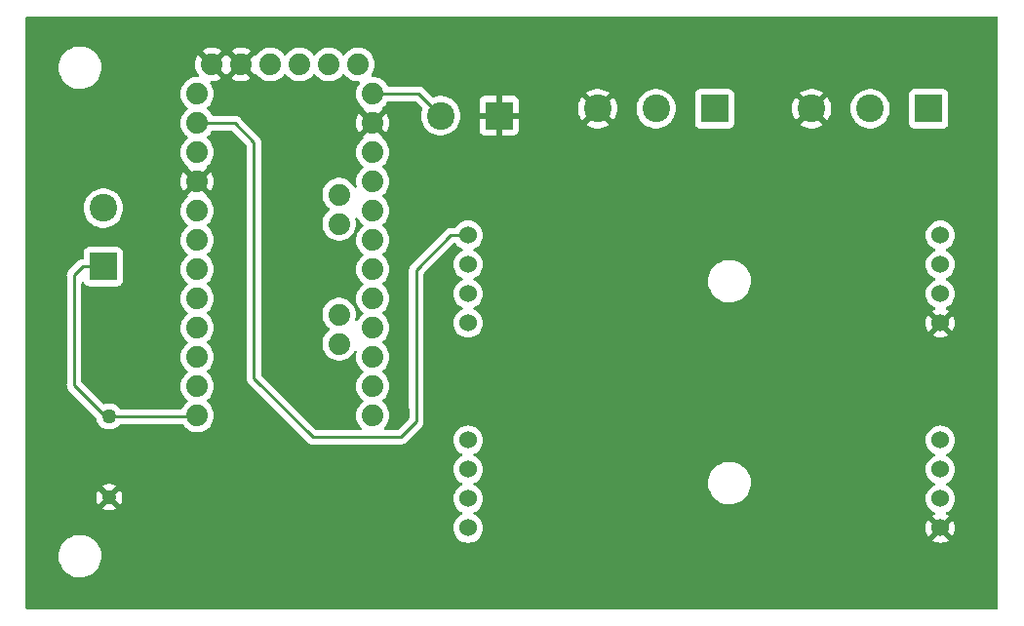
<source format=gtl>
G04 #@! TF.GenerationSoftware,KiCad,Pcbnew,7.0.2-6a45011f42~172~ubuntu22.04.1*
G04 #@! TF.CreationDate,2023-05-24T14:11:10+02:00*
G04 #@! TF.ProjectId,dmx_interceptor,646d785f-696e-4746-9572-636570746f72,rev?*
G04 #@! TF.SameCoordinates,Original*
G04 #@! TF.FileFunction,Copper,L1,Top*
G04 #@! TF.FilePolarity,Positive*
%FSLAX46Y46*%
G04 Gerber Fmt 4.6, Leading zero omitted, Abs format (unit mm)*
G04 Created by KiCad (PCBNEW 7.0.2-6a45011f42~172~ubuntu22.04.1) date 2023-05-24 14:11:10*
%MOMM*%
%LPD*%
G01*
G04 APERTURE LIST*
G04 #@! TA.AperFunction,ComponentPad*
%ADD10R,2.400000X2.400000*%
G04 #@! TD*
G04 #@! TA.AperFunction,ComponentPad*
%ADD11C,2.400000*%
G04 #@! TD*
G04 #@! TA.AperFunction,ComponentPad*
%ADD12C,1.524000*%
G04 #@! TD*
G04 #@! TA.AperFunction,ComponentPad*
%ADD13C,1.258000*%
G04 #@! TD*
G04 #@! TA.AperFunction,ComponentPad*
%ADD14C,1.879600*%
G04 #@! TD*
G04 #@! TA.AperFunction,ViaPad*
%ADD15C,0.800000*%
G04 #@! TD*
G04 #@! TA.AperFunction,Conductor*
%ADD16C,0.250000*%
G04 #@! TD*
G04 APERTURE END LIST*
D10*
X65532000Y-89408000D03*
D11*
X65532000Y-84328000D03*
D10*
X99900000Y-76300000D03*
D11*
X94820000Y-76300000D03*
D10*
X118600000Y-75700000D03*
D11*
X113520000Y-75700000D03*
X108440000Y-75700000D03*
D12*
X138200000Y-86690000D03*
X138200000Y-89230000D03*
X138200000Y-91770000D03*
X138200000Y-94310000D03*
X97200000Y-86690000D03*
X97200000Y-89230000D03*
X97200000Y-91770000D03*
X97200000Y-94310000D03*
D10*
X137180000Y-75700000D03*
D11*
X132100000Y-75700000D03*
X127020000Y-75700000D03*
D13*
X66040000Y-109418000D03*
X66040000Y-102418000D03*
D12*
X138200000Y-104490000D03*
X138200000Y-107030000D03*
X138200000Y-109570000D03*
X138200000Y-112110000D03*
X97200000Y-104490000D03*
X97200000Y-107030000D03*
X97200000Y-109570000D03*
X97200000Y-112110000D03*
D14*
X87650000Y-71860000D03*
X85110000Y-71860000D03*
X82570000Y-71860000D03*
X80030000Y-71860000D03*
X77490000Y-71860000D03*
X74950000Y-71860000D03*
X85999000Y-85703000D03*
X85999000Y-83163000D03*
X85999000Y-96117000D03*
X85999000Y-93577000D03*
X88920000Y-74400000D03*
X88920000Y-76940000D03*
X88920000Y-79480000D03*
X88920000Y-82020000D03*
X88920000Y-84560000D03*
X88920000Y-87100000D03*
X88920000Y-89640000D03*
X88920000Y-92180000D03*
X88920000Y-94720000D03*
X88920000Y-97260000D03*
X88920000Y-99800000D03*
X88920000Y-102340000D03*
X73680000Y-102340000D03*
X73680000Y-99800000D03*
X73680000Y-97260000D03*
X73680000Y-94720000D03*
X73680000Y-92180000D03*
X73680000Y-89640000D03*
X73680000Y-87100000D03*
X73680000Y-84560000D03*
X73680000Y-82020000D03*
X73680000Y-79480000D03*
X73680000Y-76940000D03*
X73680000Y-74400000D03*
D15*
X76300000Y-113000000D03*
X72100000Y-116400000D03*
X76300000Y-116400000D03*
X72100000Y-113000000D03*
X89400000Y-109500000D03*
X93600000Y-109500000D03*
X85000000Y-109500000D03*
X80800000Y-109500000D03*
X66100000Y-98300000D03*
X128500000Y-110800000D03*
X132700000Y-110800000D03*
X111200000Y-110700000D03*
X102300000Y-110600000D03*
X124100000Y-110800000D03*
X106500000Y-110600000D03*
X115400000Y-110700000D03*
X117100000Y-86300000D03*
X101600000Y-95500000D03*
X78600000Y-102100000D03*
X61722000Y-109982000D03*
X132400000Y-95700000D03*
X111000000Y-78900000D03*
X60900000Y-100900000D03*
X76500000Y-79100000D03*
X89400000Y-113100000D03*
X102300000Y-106100000D03*
X80800000Y-113100000D03*
X105800000Y-87700000D03*
X133600000Y-79100000D03*
X106500000Y-106100000D03*
X111000000Y-72800000D03*
X123400000Y-87900000D03*
X101600000Y-91440000D03*
X76900000Y-91800000D03*
X119600000Y-95700000D03*
X134500000Y-73300000D03*
X106200000Y-95500000D03*
X116000000Y-78800000D03*
X97200000Y-79000000D03*
X127800000Y-87900000D03*
X115100000Y-95600000D03*
X85090000Y-102870000D03*
X76900000Y-86000000D03*
X141200000Y-108400000D03*
X97300000Y-96500000D03*
X76300000Y-109300000D03*
X124100000Y-106300000D03*
X60900000Y-96700000D03*
X80800000Y-116500000D03*
X110500000Y-87800000D03*
X76900000Y-97800000D03*
X85000000Y-113100000D03*
X61722000Y-105410000D03*
X111200000Y-106200000D03*
X94600000Y-90170000D03*
X132000000Y-87900000D03*
X93600000Y-113100000D03*
X129700000Y-73300000D03*
X93600000Y-116500000D03*
X97300000Y-73000000D03*
X85000000Y-116500000D03*
X89400000Y-116500000D03*
X128500000Y-106300000D03*
X115400000Y-106200000D03*
X110900000Y-95600000D03*
X92710000Y-85090000D03*
X101500000Y-79000000D03*
X101600000Y-87700000D03*
X125900000Y-79500000D03*
X68326000Y-109220000D03*
D16*
X65532000Y-89408000D02*
X63754000Y-89408000D01*
X63754000Y-89408000D02*
X62992000Y-90170000D01*
X62992000Y-90170000D02*
X62992000Y-99714000D01*
X62992000Y-99714000D02*
X65640000Y-102362000D01*
X65640000Y-102362000D02*
X66040000Y-102362000D01*
X66040000Y-102362000D02*
X66040000Y-102418000D01*
X92920000Y-74400000D02*
X94820000Y-76300000D01*
X88920000Y-74400000D02*
X92920000Y-74400000D01*
X66040000Y-102418000D02*
X73602000Y-102418000D01*
X73602000Y-102418000D02*
X73680000Y-102340000D01*
X83730000Y-104230000D02*
X90070000Y-104230000D01*
X92700000Y-101600000D02*
X92710000Y-101600000D01*
X91350000Y-104230000D02*
X92710000Y-102870000D01*
X92700000Y-89700000D02*
X92700000Y-100330000D01*
X83730000Y-104230000D02*
X78600000Y-99100000D01*
X78600000Y-99100000D02*
X78600000Y-78600000D01*
X92710000Y-102870000D02*
X92710000Y-100340000D01*
X95710000Y-86690000D02*
X92700000Y-89700000D01*
X78600000Y-78600000D02*
X76940000Y-76940000D01*
X92700000Y-100330000D02*
X92700000Y-101600000D01*
X97200000Y-86690000D02*
X95710000Y-86690000D01*
X76940000Y-76940000D02*
X73680000Y-76940000D01*
X92710000Y-100340000D02*
X92700000Y-100330000D01*
X90070000Y-104230000D02*
X91350000Y-104230000D01*
G04 #@! TA.AperFunction,Conductor*
G36*
X77023155Y-72073201D02*
G01*
X77102131Y-72196090D01*
X77212530Y-72291752D01*
X77345408Y-72352435D01*
X77355345Y-72353863D01*
X76660320Y-73048888D01*
X76660321Y-73048889D01*
X76695413Y-73076203D01*
X76906432Y-73190401D01*
X77133365Y-73268306D01*
X77370035Y-73307800D01*
X77609965Y-73307800D01*
X77846634Y-73268306D01*
X78073567Y-73190401D01*
X78284587Y-73076203D01*
X78319678Y-73048889D01*
X77624653Y-72353863D01*
X77634592Y-72352435D01*
X77767470Y-72291752D01*
X77877869Y-72196090D01*
X77956845Y-72073201D01*
X77980806Y-71991595D01*
X78677957Y-72688745D01*
X78699395Y-72686522D01*
X78708214Y-72678995D01*
X78778561Y-72669416D01*
X78842920Y-72699390D01*
X78865182Y-72725079D01*
X78883171Y-72752613D01*
X78983566Y-72861671D01*
X79045730Y-72929200D01*
X79235140Y-73076625D01*
X79432398Y-73183374D01*
X79446231Y-73190860D01*
X79673245Y-73268795D01*
X79909990Y-73308300D01*
X79909993Y-73308300D01*
X80150007Y-73308300D01*
X80150010Y-73308300D01*
X80386755Y-73268795D01*
X80613769Y-73190860D01*
X80776903Y-73102577D01*
X80824859Y-73076625D01*
X80927789Y-72996511D01*
X81014269Y-72929201D01*
X81176829Y-72752613D01*
X81194518Y-72725538D01*
X81248520Y-72679450D01*
X81318868Y-72669875D01*
X81383226Y-72699852D01*
X81405481Y-72725536D01*
X81423171Y-72752613D01*
X81523566Y-72861671D01*
X81585730Y-72929200D01*
X81775140Y-73076625D01*
X81972398Y-73183374D01*
X81986231Y-73190860D01*
X82213245Y-73268795D01*
X82449990Y-73308300D01*
X82449993Y-73308300D01*
X82690007Y-73308300D01*
X82690010Y-73308300D01*
X82926755Y-73268795D01*
X83153769Y-73190860D01*
X83316903Y-73102577D01*
X83364859Y-73076625D01*
X83467789Y-72996511D01*
X83554269Y-72929201D01*
X83716829Y-72752613D01*
X83734518Y-72725538D01*
X83788520Y-72679450D01*
X83858868Y-72669875D01*
X83923226Y-72699852D01*
X83945481Y-72725536D01*
X83963171Y-72752613D01*
X84063566Y-72861671D01*
X84125730Y-72929200D01*
X84315140Y-73076625D01*
X84512398Y-73183374D01*
X84526231Y-73190860D01*
X84753245Y-73268795D01*
X84989990Y-73308300D01*
X84989993Y-73308300D01*
X85230007Y-73308300D01*
X85230010Y-73308300D01*
X85466755Y-73268795D01*
X85693769Y-73190860D01*
X85856903Y-73102577D01*
X85904859Y-73076625D01*
X86007789Y-72996511D01*
X86094269Y-72929201D01*
X86256829Y-72752613D01*
X86274518Y-72725538D01*
X86328520Y-72679450D01*
X86398868Y-72669875D01*
X86463226Y-72699852D01*
X86485481Y-72725536D01*
X86503171Y-72752613D01*
X86603566Y-72861671D01*
X86665730Y-72929200D01*
X86855140Y-73076625D01*
X87052398Y-73183374D01*
X87066231Y-73190860D01*
X87293245Y-73268795D01*
X87529990Y-73308300D01*
X87529993Y-73308300D01*
X87670414Y-73308300D01*
X87738535Y-73328302D01*
X87785028Y-73381958D01*
X87795132Y-73452232D01*
X87775897Y-73503216D01*
X87773174Y-73507383D01*
X87773171Y-73507387D01*
X87709670Y-73604582D01*
X87641892Y-73708323D01*
X87545476Y-73928130D01*
X87492650Y-74136739D01*
X87486557Y-74160801D01*
X87466736Y-74400000D01*
X87486557Y-74639199D01*
X87486557Y-74639202D01*
X87486558Y-74639203D01*
X87545476Y-74871869D01*
X87545477Y-74871872D01*
X87545478Y-74871874D01*
X87641892Y-75091677D01*
X87709395Y-75194997D01*
X87773171Y-75292613D01*
X87913127Y-75444647D01*
X87935731Y-75469201D01*
X88066374Y-75570885D01*
X88107845Y-75628509D01*
X88111579Y-75699408D01*
X88091328Y-75734892D01*
X88090321Y-75751111D01*
X88785346Y-76446136D01*
X88775408Y-76447565D01*
X88642530Y-76508248D01*
X88532131Y-76603910D01*
X88453155Y-76726799D01*
X88429193Y-76808403D01*
X87732043Y-76111253D01*
X87732042Y-76111253D01*
X87642333Y-76248562D01*
X87545951Y-76468293D01*
X87487053Y-76700878D01*
X87467238Y-76939999D01*
X87487053Y-77179121D01*
X87545953Y-77411711D01*
X87642331Y-77631433D01*
X87732041Y-77768744D01*
X88429193Y-77071594D01*
X88453155Y-77153201D01*
X88532131Y-77276090D01*
X88642530Y-77371752D01*
X88775408Y-77432435D01*
X88785345Y-77433863D01*
X88090320Y-78128888D01*
X88091315Y-78144905D01*
X88107847Y-78167878D01*
X88111579Y-78238777D01*
X88076387Y-78300438D01*
X88066375Y-78309113D01*
X87935734Y-78410795D01*
X87773171Y-78587386D01*
X87641892Y-78788323D01*
X87545476Y-79008130D01*
X87486558Y-79240796D01*
X87486557Y-79240801D01*
X87466736Y-79480000D01*
X87486557Y-79719199D01*
X87486557Y-79719202D01*
X87486558Y-79719203D01*
X87545476Y-79951869D01*
X87545477Y-79951872D01*
X87545478Y-79951874D01*
X87641892Y-80171677D01*
X87773171Y-80372613D01*
X87935731Y-80549201D01*
X88043130Y-80632793D01*
X88065967Y-80650568D01*
X88107438Y-80708194D01*
X88111171Y-80779092D01*
X88075982Y-80840754D01*
X88065967Y-80849432D01*
X87935731Y-80950799D01*
X87773171Y-81127386D01*
X87641892Y-81328323D01*
X87545476Y-81548130D01*
X87486558Y-81780796D01*
X87486557Y-81780801D01*
X87486551Y-81780878D01*
X87466736Y-82019999D01*
X87486557Y-82259198D01*
X87526433Y-82416665D01*
X87523765Y-82487612D01*
X87483164Y-82545854D01*
X87417521Y-82572899D01*
X87347676Y-82560162D01*
X87295805Y-82511686D01*
X87288905Y-82498218D01*
X87277108Y-82471323D01*
X87145829Y-82270387D01*
X86983269Y-82093799D01*
X86982293Y-82093039D01*
X86793859Y-81946374D01*
X86582768Y-81832139D01*
X86429093Y-81779382D01*
X86355755Y-81754205D01*
X86119010Y-81714700D01*
X85878990Y-81714700D01*
X85642245Y-81754205D01*
X85642242Y-81754205D01*
X85642242Y-81754206D01*
X85415231Y-81832139D01*
X85204140Y-81946374D01*
X85014730Y-82093799D01*
X84852171Y-82270386D01*
X84720892Y-82471323D01*
X84624476Y-82691130D01*
X84568390Y-82912613D01*
X84565557Y-82923801D01*
X84545736Y-83163000D01*
X84565557Y-83402199D01*
X84565557Y-83402202D01*
X84565558Y-83402203D01*
X84624476Y-83634869D01*
X84624477Y-83634872D01*
X84624478Y-83634874D01*
X84720892Y-83854677D01*
X84852171Y-84055613D01*
X85014731Y-84232201D01*
X85122130Y-84315793D01*
X85144967Y-84333568D01*
X85186438Y-84391194D01*
X85190171Y-84462092D01*
X85154982Y-84523754D01*
X85144967Y-84532432D01*
X85014731Y-84633799D01*
X84852171Y-84810386D01*
X84720892Y-85011323D01*
X84624476Y-85231130D01*
X84578004Y-85414647D01*
X84565557Y-85463801D01*
X84545736Y-85703000D01*
X84565557Y-85942199D01*
X84565557Y-85942202D01*
X84565558Y-85942203D01*
X84624476Y-86174869D01*
X84624477Y-86174872D01*
X84624478Y-86174874D01*
X84720892Y-86394677D01*
X84852170Y-86595613D01*
X84852171Y-86595613D01*
X85014730Y-86772200D01*
X85204140Y-86919625D01*
X85415230Y-87033859D01*
X85415231Y-87033860D01*
X85642245Y-87111795D01*
X85878990Y-87151300D01*
X85878993Y-87151300D01*
X86119007Y-87151300D01*
X86119010Y-87151300D01*
X86355755Y-87111795D01*
X86582769Y-87033860D01*
X86697004Y-86972039D01*
X86793859Y-86919625D01*
X86828226Y-86892875D01*
X86983269Y-86772201D01*
X87145829Y-86595613D01*
X87277108Y-86394677D01*
X87373522Y-86174874D01*
X87432443Y-85942199D01*
X87452264Y-85703000D01*
X87432443Y-85463801D01*
X87392567Y-85306333D01*
X87395234Y-85235388D01*
X87435834Y-85177146D01*
X87501478Y-85150100D01*
X87571322Y-85162837D01*
X87623193Y-85211313D01*
X87630097Y-85224787D01*
X87641892Y-85251677D01*
X87773171Y-85452613D01*
X87935731Y-85629201D01*
X88030548Y-85703000D01*
X88065967Y-85730568D01*
X88107438Y-85788194D01*
X88111171Y-85859092D01*
X88075982Y-85920754D01*
X88065967Y-85929432D01*
X87935731Y-86030799D01*
X87773171Y-86207386D01*
X87641892Y-86408323D01*
X87545476Y-86628130D01*
X87508993Y-86772201D01*
X87486557Y-86860801D01*
X87466736Y-87100000D01*
X87486557Y-87339199D01*
X87486557Y-87339202D01*
X87486558Y-87339203D01*
X87545476Y-87571869D01*
X87545477Y-87571872D01*
X87545478Y-87571874D01*
X87641892Y-87791677D01*
X87773171Y-87992613D01*
X87935731Y-88169201D01*
X88043130Y-88252793D01*
X88065967Y-88270568D01*
X88107438Y-88328194D01*
X88111171Y-88399092D01*
X88075982Y-88460754D01*
X88065967Y-88469432D01*
X87935731Y-88570799D01*
X87773171Y-88747386D01*
X87641892Y-88948323D01*
X87545476Y-89168130D01*
X87486558Y-89400796D01*
X87486557Y-89400801D01*
X87466736Y-89640000D01*
X87486557Y-89879199D01*
X87486557Y-89879202D01*
X87486558Y-89879203D01*
X87545476Y-90111869D01*
X87545477Y-90111872D01*
X87545478Y-90111874D01*
X87641892Y-90331677D01*
X87773171Y-90532613D01*
X87935731Y-90709201D01*
X88043130Y-90792793D01*
X88065967Y-90810568D01*
X88107438Y-90868194D01*
X88111171Y-90939092D01*
X88075982Y-91000754D01*
X88065967Y-91009432D01*
X87935731Y-91110799D01*
X87773171Y-91287386D01*
X87641892Y-91488323D01*
X87545476Y-91708130D01*
X87529809Y-91770000D01*
X87486557Y-91940801D01*
X87466736Y-92180000D01*
X87486557Y-92419199D01*
X87486557Y-92419202D01*
X87486558Y-92419203D01*
X87545476Y-92651869D01*
X87545477Y-92651872D01*
X87545478Y-92651874D01*
X87641892Y-92871677D01*
X87773171Y-93072613D01*
X87935731Y-93249201D01*
X88043130Y-93332793D01*
X88065967Y-93350568D01*
X88107438Y-93408194D01*
X88111171Y-93479092D01*
X88075982Y-93540754D01*
X88065967Y-93549432D01*
X87935731Y-93650799D01*
X87773171Y-93827386D01*
X87641891Y-94028324D01*
X87630098Y-94055211D01*
X87584416Y-94109559D01*
X87516604Y-94130582D01*
X87448190Y-94111605D01*
X87400897Y-94058654D01*
X87389738Y-93988540D01*
X87392567Y-93973665D01*
X87432443Y-93816199D01*
X87452264Y-93577000D01*
X87432443Y-93337801D01*
X87373522Y-93105126D01*
X87277108Y-92885323D01*
X87145829Y-92684387D01*
X86983269Y-92507799D01*
X86983268Y-92507798D01*
X86793859Y-92360374D01*
X86582768Y-92246139D01*
X86390109Y-92179999D01*
X86355755Y-92168205D01*
X86119010Y-92128700D01*
X85878990Y-92128700D01*
X85642245Y-92168205D01*
X85642242Y-92168205D01*
X85642242Y-92168206D01*
X85415231Y-92246139D01*
X85204140Y-92360374D01*
X85014730Y-92507799D01*
X84852171Y-92684386D01*
X84720892Y-92885323D01*
X84624476Y-93105130D01*
X84587744Y-93250185D01*
X84565557Y-93337801D01*
X84545736Y-93577000D01*
X84565557Y-93816199D01*
X84565557Y-93816202D01*
X84565558Y-93816203D01*
X84624476Y-94048869D01*
X84624477Y-94048872D01*
X84624478Y-94048874D01*
X84720892Y-94268677D01*
X84852171Y-94469613D01*
X85014731Y-94646201D01*
X85072289Y-94691000D01*
X85144967Y-94747568D01*
X85186438Y-94805194D01*
X85190171Y-94876092D01*
X85154982Y-94937754D01*
X85144967Y-94946432D01*
X85014731Y-95047799D01*
X84852171Y-95224386D01*
X84720892Y-95425323D01*
X84624476Y-95645130D01*
X84587993Y-95789201D01*
X84565557Y-95877801D01*
X84545736Y-96117000D01*
X84565557Y-96356199D01*
X84565557Y-96356202D01*
X84565558Y-96356203D01*
X84624476Y-96588869D01*
X84624477Y-96588872D01*
X84624478Y-96588874D01*
X84720892Y-96808677D01*
X84756601Y-96863333D01*
X84852171Y-97009613D01*
X85014730Y-97186200D01*
X85204140Y-97333625D01*
X85415230Y-97447859D01*
X85415231Y-97447860D01*
X85642245Y-97525795D01*
X85878990Y-97565300D01*
X85878993Y-97565300D01*
X86119007Y-97565300D01*
X86119010Y-97565300D01*
X86355755Y-97525795D01*
X86582769Y-97447860D01*
X86697004Y-97386039D01*
X86793859Y-97333625D01*
X86888453Y-97259999D01*
X86983269Y-97186201D01*
X87145829Y-97009613D01*
X87277108Y-96808677D01*
X87288902Y-96781787D01*
X87334579Y-96727443D01*
X87402391Y-96706417D01*
X87470805Y-96725392D01*
X87518101Y-96778341D01*
X87529261Y-96848455D01*
X87526433Y-96863333D01*
X87486557Y-97020801D01*
X87466736Y-97260000D01*
X87486557Y-97499199D01*
X87486557Y-97499202D01*
X87486558Y-97499203D01*
X87545476Y-97731869D01*
X87545477Y-97731872D01*
X87545478Y-97731874D01*
X87641892Y-97951677D01*
X87773171Y-98152613D01*
X87935731Y-98329201D01*
X88043130Y-98412793D01*
X88065967Y-98430568D01*
X88107438Y-98488194D01*
X88111171Y-98559092D01*
X88075982Y-98620754D01*
X88065967Y-98629432D01*
X87935731Y-98730799D01*
X87773171Y-98907386D01*
X87641892Y-99108323D01*
X87545476Y-99328130D01*
X87492557Y-99537107D01*
X87486557Y-99560801D01*
X87466736Y-99800000D01*
X87486557Y-100039199D01*
X87486557Y-100039202D01*
X87486558Y-100039203D01*
X87545476Y-100271869D01*
X87545477Y-100271872D01*
X87545478Y-100271874D01*
X87641892Y-100491677D01*
X87773171Y-100692613D01*
X87935731Y-100869201D01*
X88043130Y-100952793D01*
X88065967Y-100970568D01*
X88107438Y-101028194D01*
X88111171Y-101099092D01*
X88075982Y-101160754D01*
X88065967Y-101169432D01*
X87935731Y-101270799D01*
X87773171Y-101447386D01*
X87641892Y-101648323D01*
X87545476Y-101868130D01*
X87486558Y-102100796D01*
X87486557Y-102100801D01*
X87466736Y-102340000D01*
X87486557Y-102579199D01*
X87486557Y-102579202D01*
X87486558Y-102579203D01*
X87545476Y-102811869D01*
X87545477Y-102811872D01*
X87545478Y-102811874D01*
X87641892Y-103031677D01*
X87773171Y-103232613D01*
X87906317Y-103377249D01*
X87913603Y-103385163D01*
X87945023Y-103448828D01*
X87937036Y-103519374D01*
X87892177Y-103574403D01*
X87824688Y-103596443D01*
X87820901Y-103596500D01*
X84044594Y-103596500D01*
X83976473Y-103576498D01*
X83955499Y-103559595D01*
X79270405Y-98874500D01*
X79236379Y-98812188D01*
X79233500Y-98785405D01*
X79233500Y-78683853D01*
X79235795Y-78663062D01*
X79233562Y-78592000D01*
X79233500Y-78588042D01*
X79233500Y-78564108D01*
X79233500Y-78560144D01*
X79232995Y-78556152D01*
X79232062Y-78544306D01*
X79230674Y-78500111D01*
X79225019Y-78480647D01*
X79221013Y-78461307D01*
X79218474Y-78441203D01*
X79202195Y-78400087D01*
X79198356Y-78388872D01*
X79186019Y-78346407D01*
X79175703Y-78328964D01*
X79167007Y-78311214D01*
X79159552Y-78292383D01*
X79133554Y-78256600D01*
X79127058Y-78246710D01*
X79104542Y-78208638D01*
X79090212Y-78194308D01*
X79077378Y-78179281D01*
X79065472Y-78162893D01*
X79065471Y-78162892D01*
X79031394Y-78134700D01*
X79022616Y-78126712D01*
X77447244Y-76551339D01*
X77434171Y-76535021D01*
X77396877Y-76500000D01*
X77382347Y-76486355D01*
X77379505Y-76483600D01*
X77362574Y-76466669D01*
X77359770Y-76463865D01*
X77356575Y-76461386D01*
X77347554Y-76453682D01*
X77336340Y-76443152D01*
X77315321Y-76423414D01*
X77315320Y-76423413D01*
X77297567Y-76413653D01*
X77281041Y-76402797D01*
X77265041Y-76390386D01*
X77224466Y-76372828D01*
X77213804Y-76367604D01*
X77175063Y-76346305D01*
X77161313Y-76342775D01*
X77155437Y-76341266D01*
X77136731Y-76334862D01*
X77124162Y-76329423D01*
X77118145Y-76326819D01*
X77074474Y-76319901D01*
X77062853Y-76317495D01*
X77020030Y-76306500D01*
X77020029Y-76306500D01*
X76999776Y-76306500D01*
X76980066Y-76304949D01*
X76960057Y-76301779D01*
X76916039Y-76305941D01*
X76904181Y-76306500D01*
X75064304Y-76306500D01*
X74996183Y-76286498D01*
X74958821Y-76249416D01*
X74958110Y-76248328D01*
X74958108Y-76248323D01*
X74826829Y-76047387D01*
X74664269Y-75870799D01*
X74534031Y-75769430D01*
X74492561Y-75711807D01*
X74488827Y-75640908D01*
X74524017Y-75579246D01*
X74534025Y-75570573D01*
X74664269Y-75469201D01*
X74826829Y-75292613D01*
X74958108Y-75091677D01*
X75054522Y-74871874D01*
X75113443Y-74639199D01*
X75133264Y-74400000D01*
X75113443Y-74160801D01*
X75054522Y-73928126D01*
X74958108Y-73708323D01*
X74826829Y-73507387D01*
X74826824Y-73507382D01*
X74823776Y-73502716D01*
X74803263Y-73434748D01*
X74822752Y-73366478D01*
X74876056Y-73319583D01*
X74929259Y-73307800D01*
X75069965Y-73307800D01*
X75306634Y-73268306D01*
X75533567Y-73190401D01*
X75744587Y-73076203D01*
X75779678Y-73048889D01*
X75084653Y-72353863D01*
X75094592Y-72352435D01*
X75227470Y-72291752D01*
X75337869Y-72196090D01*
X75416845Y-72073201D01*
X75440806Y-71991595D01*
X76137957Y-72688745D01*
X76159127Y-72686549D01*
X76168516Y-72678537D01*
X76238863Y-72668959D01*
X76275418Y-72685984D01*
X76302042Y-72688745D01*
X76999193Y-71991594D01*
X77023155Y-72073201D01*
G37*
G04 #@! TD.AperFunction*
G04 #@! TA.AperFunction,Conductor*
G36*
X143142121Y-67720002D02*
G01*
X143188614Y-67773658D01*
X143200000Y-67826000D01*
X143200000Y-119074000D01*
X143179998Y-119142121D01*
X143126342Y-119188614D01*
X143074000Y-119200000D01*
X58926000Y-119200000D01*
X58857879Y-119179998D01*
X58811386Y-119126342D01*
X58800000Y-119074000D01*
X58800000Y-114621766D01*
X61645787Y-114621766D01*
X61675413Y-114891015D01*
X61675414Y-114891018D01*
X61743928Y-115153088D01*
X61849870Y-115402390D01*
X61990982Y-115633610D01*
X62164255Y-115841820D01*
X62164256Y-115841821D01*
X62164258Y-115841823D01*
X62365993Y-116022578D01*
X62365995Y-116022579D01*
X62365998Y-116022582D01*
X62591910Y-116172044D01*
X62724104Y-116234014D01*
X62837171Y-116287018D01*
X62837173Y-116287018D01*
X62837176Y-116287020D01*
X63096569Y-116365060D01*
X63096572Y-116365060D01*
X63096574Y-116365061D01*
X63364558Y-116404500D01*
X63364561Y-116404500D01*
X63565330Y-116404500D01*
X63567631Y-116404500D01*
X63770156Y-116389677D01*
X64034553Y-116330780D01*
X64287558Y-116234014D01*
X64523777Y-116101441D01*
X64738177Y-115935888D01*
X64926186Y-115740881D01*
X65083799Y-115520579D01*
X65207656Y-115279675D01*
X65295118Y-115023305D01*
X65344319Y-114756933D01*
X65354212Y-114486235D01*
X65324586Y-114216982D01*
X65256072Y-113954912D01*
X65150130Y-113705610D01*
X65009018Y-113474390D01*
X64835745Y-113266180D01*
X64835741Y-113266176D01*
X64634006Y-113085421D01*
X64634003Y-113085419D01*
X64634002Y-113085418D01*
X64408090Y-112935956D01*
X64394918Y-112929781D01*
X64162828Y-112820981D01*
X63903425Y-112742938D01*
X63635442Y-112703500D01*
X63635439Y-112703500D01*
X63432369Y-112703500D01*
X63430099Y-112703666D01*
X63430075Y-112703667D01*
X63229839Y-112718323D01*
X62965449Y-112777219D01*
X62712441Y-112873985D01*
X62476225Y-113006557D01*
X62261820Y-113172114D01*
X62073815Y-113367117D01*
X61916200Y-113587422D01*
X61792342Y-113828328D01*
X61704882Y-114084693D01*
X61655681Y-114351065D01*
X61645787Y-114621766D01*
X58800000Y-114621766D01*
X58800000Y-112110000D01*
X95924647Y-112110000D01*
X95944022Y-112331467D01*
X95986770Y-112491000D01*
X96001560Y-112546196D01*
X96062609Y-112677117D01*
X96095512Y-112747678D01*
X96223025Y-112929784D01*
X96380215Y-113086974D01*
X96562321Y-113214487D01*
X96562322Y-113214487D01*
X96562323Y-113214488D01*
X96763804Y-113308440D01*
X96914739Y-113348883D01*
X96978532Y-113365977D01*
X96978533Y-113365977D01*
X96978537Y-113365978D01*
X97200000Y-113385353D01*
X97421463Y-113365978D01*
X97636196Y-113308440D01*
X97837677Y-113214488D01*
X98019781Y-113086977D01*
X98176977Y-112929781D01*
X98304488Y-112747677D01*
X98398440Y-112546196D01*
X98455978Y-112331463D01*
X98475353Y-112110000D01*
X98455978Y-111888537D01*
X98398440Y-111673804D01*
X98304488Y-111472324D01*
X98176977Y-111290219D01*
X98176976Y-111290218D01*
X98176974Y-111290215D01*
X98019784Y-111133025D01*
X97837678Y-111005512D01*
X97787247Y-110981996D01*
X97727624Y-110954193D01*
X97674341Y-110907278D01*
X97654880Y-110839001D01*
X97675422Y-110771041D01*
X97727624Y-110725806D01*
X97837677Y-110674488D01*
X98019781Y-110546977D01*
X98176977Y-110389781D01*
X98304488Y-110207677D01*
X98398440Y-110006196D01*
X98455978Y-109791463D01*
X98475353Y-109570000D01*
X98455978Y-109348537D01*
X98398440Y-109133804D01*
X98304488Y-108932324D01*
X98302633Y-108929675D01*
X98176974Y-108750215D01*
X98019784Y-108593025D01*
X97837678Y-108465512D01*
X97787247Y-108441996D01*
X97727624Y-108414193D01*
X97674341Y-108367278D01*
X97654880Y-108299001D01*
X97663112Y-108271766D01*
X118033787Y-108271766D01*
X118063413Y-108541015D01*
X118063414Y-108541018D01*
X118131928Y-108803088D01*
X118237870Y-109052390D01*
X118378982Y-109283610D01*
X118552255Y-109491820D01*
X118552256Y-109491821D01*
X118552258Y-109491823D01*
X118753993Y-109672578D01*
X118753995Y-109672579D01*
X118753998Y-109672582D01*
X118979910Y-109822044D01*
X118997921Y-109830487D01*
X119225171Y-109937018D01*
X119225173Y-109937018D01*
X119225176Y-109937020D01*
X119484569Y-110015060D01*
X119484572Y-110015060D01*
X119484574Y-110015061D01*
X119752558Y-110054500D01*
X119752561Y-110054500D01*
X119953330Y-110054500D01*
X119955631Y-110054500D01*
X120158156Y-110039677D01*
X120422553Y-109980780D01*
X120675558Y-109884014D01*
X120911777Y-109751441D01*
X121126177Y-109585888D01*
X121141495Y-109570000D01*
X136924647Y-109570000D01*
X136944022Y-109791467D01*
X136983024Y-109937020D01*
X137001560Y-110006196D01*
X137062609Y-110137117D01*
X137095512Y-110207678D01*
X137223025Y-110389784D01*
X137380215Y-110546974D01*
X137380218Y-110546976D01*
X137380219Y-110546977D01*
X137562323Y-110674488D01*
X137672965Y-110726081D01*
X137726250Y-110772997D01*
X137745711Y-110841274D01*
X137725170Y-110909234D01*
X137672966Y-110954469D01*
X137562575Y-111005946D01*
X137499394Y-111050185D01*
X138178209Y-111729000D01*
X138168431Y-111729000D01*
X138074579Y-111744661D01*
X137962749Y-111805180D01*
X137876629Y-111898731D01*
X137825552Y-112015177D01*
X137819461Y-112088669D01*
X137140185Y-111409394D01*
X137095948Y-111472572D01*
X137002031Y-111673975D01*
X136944517Y-111888623D01*
X136925149Y-112109999D01*
X136944517Y-112331376D01*
X137002031Y-112546024D01*
X137095947Y-112747426D01*
X137140184Y-112810603D01*
X137140185Y-112810603D01*
X137815607Y-112135181D01*
X137815051Y-112141898D01*
X137846266Y-112265162D01*
X137915813Y-112371612D01*
X138016157Y-112449713D01*
X138136422Y-112491000D01*
X138178210Y-112491000D01*
X137499395Y-113169813D01*
X137499395Y-113169814D01*
X137562573Y-113214052D01*
X137763975Y-113307968D01*
X137978623Y-113365482D01*
X138199999Y-113384850D01*
X138421376Y-113365482D01*
X138636024Y-113307968D01*
X138837427Y-113214052D01*
X138900603Y-113169814D01*
X138900603Y-113169812D01*
X138221791Y-112491000D01*
X138231569Y-112491000D01*
X138325421Y-112475339D01*
X138437251Y-112414820D01*
X138523371Y-112321269D01*
X138574448Y-112204823D01*
X138580538Y-112131329D01*
X139259812Y-112810603D01*
X139259814Y-112810603D01*
X139304052Y-112747427D01*
X139397968Y-112546024D01*
X139455482Y-112331376D01*
X139474850Y-112109999D01*
X139455482Y-111888623D01*
X139397968Y-111673975D01*
X139304051Y-111472571D01*
X139259815Y-111409395D01*
X139259813Y-111409395D01*
X138584392Y-112084816D01*
X138584949Y-112078102D01*
X138553734Y-111954838D01*
X138484187Y-111848388D01*
X138383843Y-111770287D01*
X138263578Y-111729000D01*
X138221790Y-111729000D01*
X138900603Y-111050185D01*
X138900603Y-111050184D01*
X138837426Y-111005947D01*
X138727034Y-110954470D01*
X138673749Y-110907552D01*
X138654288Y-110839275D01*
X138674830Y-110771315D01*
X138727032Y-110726082D01*
X138837677Y-110674488D01*
X139019781Y-110546977D01*
X139176977Y-110389781D01*
X139304488Y-110207677D01*
X139398440Y-110006196D01*
X139455978Y-109791463D01*
X139475353Y-109570000D01*
X139455978Y-109348537D01*
X139398440Y-109133804D01*
X139304488Y-108932324D01*
X139302633Y-108929675D01*
X139176974Y-108750215D01*
X139019784Y-108593025D01*
X138837678Y-108465512D01*
X138787247Y-108441996D01*
X138727624Y-108414193D01*
X138674341Y-108367278D01*
X138654880Y-108299001D01*
X138675422Y-108231041D01*
X138727624Y-108185806D01*
X138837677Y-108134488D01*
X139019781Y-108006977D01*
X139176977Y-107849781D01*
X139304488Y-107667677D01*
X139398440Y-107466196D01*
X139455978Y-107251463D01*
X139475353Y-107030000D01*
X139455978Y-106808537D01*
X139398440Y-106593804D01*
X139304488Y-106392324D01*
X139287682Y-106368323D01*
X139176974Y-106210215D01*
X139019784Y-106053025D01*
X138837678Y-105925512D01*
X138787247Y-105901996D01*
X138727624Y-105874193D01*
X138674341Y-105827278D01*
X138654880Y-105759001D01*
X138675422Y-105691041D01*
X138727624Y-105645806D01*
X138837677Y-105594488D01*
X139019781Y-105466977D01*
X139176977Y-105309781D01*
X139304488Y-105127677D01*
X139398440Y-104926196D01*
X139455978Y-104711463D01*
X139475353Y-104490000D01*
X139455978Y-104268537D01*
X139398440Y-104053804D01*
X139304488Y-103852324D01*
X139176977Y-103670219D01*
X139176976Y-103670218D01*
X139176974Y-103670215D01*
X139019784Y-103513025D01*
X138837678Y-103385512D01*
X138717848Y-103329635D01*
X138636196Y-103291560D01*
X138617689Y-103286601D01*
X138421467Y-103234022D01*
X138200000Y-103214647D01*
X137978532Y-103234022D01*
X137763807Y-103291559D01*
X137763806Y-103291559D01*
X137763804Y-103291560D01*
X137725332Y-103309500D01*
X137562322Y-103385512D01*
X137380215Y-103513025D01*
X137223025Y-103670215D01*
X137095512Y-103852322D01*
X137001559Y-104053807D01*
X136944022Y-104268532D01*
X136924647Y-104490000D01*
X136944022Y-104711467D01*
X136985375Y-104865795D01*
X137001560Y-104926196D01*
X137062609Y-105057117D01*
X137095512Y-105127678D01*
X137223025Y-105309784D01*
X137380215Y-105466974D01*
X137562321Y-105594487D01*
X137562322Y-105594487D01*
X137562323Y-105594488D01*
X137672375Y-105645806D01*
X137725659Y-105692722D01*
X137745120Y-105760999D01*
X137724578Y-105828959D01*
X137672374Y-105874194D01*
X137642991Y-105887895D01*
X137562322Y-105925512D01*
X137380215Y-106053025D01*
X137223025Y-106210215D01*
X137095512Y-106392322D01*
X137001559Y-106593807D01*
X136944022Y-106808532D01*
X136924647Y-107030000D01*
X136944022Y-107251467D01*
X136997946Y-107452709D01*
X137001560Y-107466196D01*
X137062609Y-107597117D01*
X137095512Y-107667678D01*
X137223025Y-107849784D01*
X137380215Y-108006974D01*
X137562321Y-108134487D01*
X137562322Y-108134487D01*
X137562323Y-108134488D01*
X137672375Y-108185806D01*
X137725659Y-108232722D01*
X137745120Y-108300999D01*
X137724578Y-108368959D01*
X137672374Y-108414194D01*
X137642991Y-108427895D01*
X137562322Y-108465512D01*
X137380215Y-108593025D01*
X137223025Y-108750215D01*
X137095512Y-108932322D01*
X137061386Y-109005507D01*
X137008939Y-109117981D01*
X137001559Y-109133807D01*
X136944022Y-109348532D01*
X136924647Y-109570000D01*
X121141495Y-109570000D01*
X121314186Y-109390881D01*
X121471799Y-109170579D01*
X121595656Y-108929675D01*
X121683118Y-108673305D01*
X121732319Y-108406933D01*
X121742212Y-108136235D01*
X121712586Y-107866982D01*
X121644072Y-107604912D01*
X121538130Y-107355610D01*
X121397018Y-107124390D01*
X121223745Y-106916180D01*
X121103608Y-106808537D01*
X121022006Y-106735421D01*
X121022003Y-106735419D01*
X121022002Y-106735418D01*
X120796090Y-106585956D01*
X120796086Y-106585954D01*
X120550828Y-106470981D01*
X120291425Y-106392938D01*
X120023442Y-106353500D01*
X120023439Y-106353500D01*
X119820369Y-106353500D01*
X119818099Y-106353666D01*
X119818075Y-106353667D01*
X119617839Y-106368323D01*
X119353449Y-106427219D01*
X119100441Y-106523985D01*
X118864225Y-106656557D01*
X118649820Y-106822114D01*
X118461815Y-107017117D01*
X118304200Y-107237422D01*
X118180342Y-107478328D01*
X118092882Y-107734693D01*
X118043681Y-108001065D01*
X118033787Y-108271766D01*
X97663112Y-108271766D01*
X97675422Y-108231041D01*
X97727624Y-108185806D01*
X97837677Y-108134488D01*
X98019781Y-108006977D01*
X98176977Y-107849781D01*
X98304488Y-107667677D01*
X98398440Y-107466196D01*
X98455978Y-107251463D01*
X98475353Y-107030000D01*
X98455978Y-106808537D01*
X98398440Y-106593804D01*
X98304488Y-106392324D01*
X98287682Y-106368323D01*
X98176974Y-106210215D01*
X98019784Y-106053025D01*
X97837678Y-105925512D01*
X97787247Y-105901996D01*
X97727624Y-105874193D01*
X97674341Y-105827278D01*
X97654880Y-105759001D01*
X97675422Y-105691041D01*
X97727624Y-105645806D01*
X97837677Y-105594488D01*
X98019781Y-105466977D01*
X98176977Y-105309781D01*
X98304488Y-105127677D01*
X98398440Y-104926196D01*
X98455978Y-104711463D01*
X98475353Y-104490000D01*
X98455978Y-104268537D01*
X98398440Y-104053804D01*
X98304488Y-103852324D01*
X98176977Y-103670219D01*
X98176976Y-103670218D01*
X98176974Y-103670215D01*
X98019784Y-103513025D01*
X97837678Y-103385512D01*
X97717848Y-103329635D01*
X97636196Y-103291560D01*
X97617689Y-103286601D01*
X97421467Y-103234022D01*
X97200000Y-103214647D01*
X96978532Y-103234022D01*
X96763807Y-103291559D01*
X96763806Y-103291559D01*
X96763804Y-103291560D01*
X96725332Y-103309500D01*
X96562322Y-103385512D01*
X96380215Y-103513025D01*
X96223025Y-103670215D01*
X96095512Y-103852322D01*
X96001559Y-104053807D01*
X95944022Y-104268532D01*
X95924647Y-104490000D01*
X95944022Y-104711467D01*
X95985375Y-104865795D01*
X96001560Y-104926196D01*
X96062609Y-105057117D01*
X96095512Y-105127678D01*
X96223025Y-105309784D01*
X96380215Y-105466974D01*
X96562321Y-105594487D01*
X96562322Y-105594487D01*
X96562323Y-105594488D01*
X96672375Y-105645806D01*
X96725659Y-105692722D01*
X96745120Y-105760999D01*
X96724578Y-105828959D01*
X96672374Y-105874194D01*
X96642991Y-105887895D01*
X96562322Y-105925512D01*
X96380215Y-106053025D01*
X96223025Y-106210215D01*
X96095512Y-106392322D01*
X96001559Y-106593807D01*
X95944022Y-106808532D01*
X95924647Y-107030000D01*
X95944022Y-107251467D01*
X95997946Y-107452709D01*
X96001560Y-107466196D01*
X96062609Y-107597117D01*
X96095512Y-107667678D01*
X96223025Y-107849784D01*
X96380215Y-108006974D01*
X96562321Y-108134487D01*
X96562322Y-108134487D01*
X96562323Y-108134488D01*
X96672375Y-108185806D01*
X96725659Y-108232722D01*
X96745120Y-108300999D01*
X96724578Y-108368959D01*
X96672374Y-108414194D01*
X96642991Y-108427895D01*
X96562322Y-108465512D01*
X96380215Y-108593025D01*
X96223025Y-108750215D01*
X96095512Y-108932322D01*
X96061386Y-109005507D01*
X96008939Y-109117981D01*
X96001559Y-109133807D01*
X95944022Y-109348532D01*
X95924647Y-109570000D01*
X95944022Y-109791467D01*
X95983024Y-109937020D01*
X96001560Y-110006196D01*
X96062609Y-110137117D01*
X96095512Y-110207678D01*
X96223025Y-110389784D01*
X96380215Y-110546974D01*
X96562321Y-110674487D01*
X96562322Y-110674487D01*
X96562323Y-110674488D01*
X96672375Y-110725806D01*
X96725659Y-110772722D01*
X96745120Y-110840999D01*
X96724578Y-110908959D01*
X96672374Y-110954194D01*
X96671786Y-110954469D01*
X96562322Y-111005512D01*
X96380215Y-111133025D01*
X96223025Y-111290215D01*
X96095512Y-111472322D01*
X96001559Y-111673807D01*
X95944022Y-111888532D01*
X95924647Y-112110000D01*
X58800000Y-112110000D01*
X58800000Y-109417999D01*
X64898128Y-109417999D01*
X64917571Y-109627816D01*
X64975235Y-109830487D01*
X65069162Y-110019118D01*
X65073683Y-110025105D01*
X65662172Y-109436615D01*
X65661114Y-109449395D01*
X65691837Y-109570719D01*
X65760289Y-109675492D01*
X65859052Y-109752363D01*
X65977424Y-109793000D01*
X66024210Y-109793000D01*
X65435928Y-110381280D01*
X65531022Y-110440160D01*
X65727511Y-110516280D01*
X65934643Y-110555000D01*
X66145357Y-110555000D01*
X66352488Y-110516280D01*
X66548974Y-110440161D01*
X66644070Y-110381279D01*
X66055791Y-109793000D01*
X66071073Y-109793000D01*
X66163446Y-109777586D01*
X66273514Y-109718019D01*
X66358278Y-109625941D01*
X66408551Y-109511330D01*
X66414978Y-109433767D01*
X67006315Y-110025105D01*
X67010837Y-110019117D01*
X67104764Y-109830487D01*
X67162428Y-109627816D01*
X67181871Y-109417999D01*
X67162428Y-109208183D01*
X67104762Y-109005507D01*
X67010839Y-108816884D01*
X67006315Y-108810892D01*
X66417827Y-109399379D01*
X66418886Y-109386605D01*
X66388163Y-109265281D01*
X66319711Y-109160508D01*
X66220948Y-109083637D01*
X66102576Y-109043000D01*
X66055790Y-109043000D01*
X66644070Y-108454719D01*
X66548977Y-108395839D01*
X66352488Y-108319719D01*
X66145357Y-108281000D01*
X65934643Y-108281000D01*
X65727511Y-108319719D01*
X65531019Y-108395840D01*
X65435928Y-108454718D01*
X65435928Y-108454719D01*
X66024209Y-109043000D01*
X66008927Y-109043000D01*
X65916554Y-109058414D01*
X65806486Y-109117981D01*
X65721722Y-109210059D01*
X65671449Y-109324670D01*
X65665022Y-109402230D01*
X65073683Y-108810892D01*
X65069161Y-108816882D01*
X64975237Y-109005507D01*
X64917571Y-109208183D01*
X64898128Y-109417999D01*
X58800000Y-109417999D01*
X58800000Y-90149942D01*
X62353779Y-90149942D01*
X62357941Y-90193961D01*
X62358500Y-90205819D01*
X62358500Y-99630147D01*
X62356204Y-99650935D01*
X62358438Y-99721984D01*
X62358500Y-99725943D01*
X62358500Y-99753856D01*
X62358995Y-99757774D01*
X62358997Y-99757806D01*
X62359008Y-99757888D01*
X62359937Y-99769697D01*
X62361326Y-99813892D01*
X62366977Y-99833341D01*
X62370986Y-99852696D01*
X62373525Y-99872794D01*
X62389801Y-99913903D01*
X62393644Y-99925130D01*
X62405980Y-99967590D01*
X62416294Y-99985030D01*
X62424987Y-100002774D01*
X62432448Y-100021617D01*
X62432449Y-100021619D01*
X62458431Y-100057380D01*
X62464948Y-100067301D01*
X62487458Y-100105363D01*
X62501778Y-100119683D01*
X62514618Y-100134716D01*
X62526526Y-100151105D01*
X62560598Y-100179292D01*
X62569378Y-100187282D01*
X64875417Y-102493321D01*
X64909443Y-102555633D01*
X64911784Y-102570789D01*
X64917077Y-102627908D01*
X64974767Y-102830669D01*
X65068736Y-103019384D01*
X65092989Y-103051500D01*
X65195776Y-103187612D01*
X65351566Y-103329633D01*
X65351568Y-103329634D01*
X65351569Y-103329635D01*
X65480071Y-103409200D01*
X65530801Y-103440610D01*
X65727375Y-103516764D01*
X65934595Y-103555500D01*
X65934597Y-103555500D01*
X66145403Y-103555500D01*
X66145405Y-103555500D01*
X66352625Y-103516764D01*
X66549199Y-103440610D01*
X66728434Y-103329633D01*
X66884224Y-103187612D01*
X66949201Y-103101567D01*
X67006215Y-103059261D01*
X67049751Y-103051500D01*
X72346655Y-103051500D01*
X72414776Y-103071502D01*
X72452137Y-103108584D01*
X72519073Y-103211035D01*
X72533171Y-103232613D01*
X72605243Y-103310904D01*
X72695730Y-103409200D01*
X72885140Y-103556625D01*
X73095039Y-103670215D01*
X73096231Y-103670860D01*
X73323245Y-103748795D01*
X73559990Y-103788300D01*
X73559993Y-103788300D01*
X73800007Y-103788300D01*
X73800010Y-103788300D01*
X74036755Y-103748795D01*
X74263769Y-103670860D01*
X74401175Y-103596500D01*
X74474859Y-103556625D01*
X74530876Y-103513025D01*
X74664269Y-103409201D01*
X74826829Y-103232613D01*
X74958108Y-103031677D01*
X75054522Y-102811874D01*
X75113443Y-102579199D01*
X75133264Y-102340000D01*
X75113443Y-102100801D01*
X75054522Y-101868126D01*
X74958108Y-101648323D01*
X74826829Y-101447387D01*
X74664269Y-101270799D01*
X74534031Y-101169430D01*
X74492561Y-101111807D01*
X74488827Y-101040908D01*
X74524017Y-100979246D01*
X74534025Y-100970573D01*
X74664269Y-100869201D01*
X74826829Y-100692613D01*
X74958108Y-100491677D01*
X75054522Y-100271874D01*
X75113443Y-100039199D01*
X75133264Y-99800000D01*
X75113443Y-99560801D01*
X75054522Y-99328126D01*
X74958108Y-99108323D01*
X74826829Y-98907387D01*
X74664269Y-98730799D01*
X74534031Y-98629430D01*
X74492561Y-98571807D01*
X74488827Y-98500908D01*
X74524017Y-98439246D01*
X74534025Y-98430573D01*
X74664269Y-98329201D01*
X74826829Y-98152613D01*
X74958108Y-97951677D01*
X75054522Y-97731874D01*
X75113443Y-97499199D01*
X75133264Y-97260000D01*
X75113443Y-97020801D01*
X75054522Y-96788126D01*
X74958108Y-96568323D01*
X74826829Y-96367387D01*
X74664269Y-96190799D01*
X74534031Y-96089430D01*
X74492561Y-96031807D01*
X74488827Y-95960908D01*
X74524017Y-95899246D01*
X74534025Y-95890573D01*
X74664269Y-95789201D01*
X74826829Y-95612613D01*
X74958108Y-95411677D01*
X75054522Y-95191874D01*
X75113443Y-94959199D01*
X75133264Y-94720000D01*
X75113443Y-94480801D01*
X75054522Y-94248126D01*
X74958108Y-94028323D01*
X74826829Y-93827387D01*
X74664269Y-93650799D01*
X74534031Y-93549430D01*
X74492561Y-93491807D01*
X74488827Y-93420908D01*
X74524017Y-93359246D01*
X74534025Y-93350573D01*
X74664269Y-93249201D01*
X74826829Y-93072613D01*
X74958108Y-92871677D01*
X75054522Y-92651874D01*
X75113443Y-92419199D01*
X75133264Y-92180000D01*
X75113443Y-91940801D01*
X75054522Y-91708126D01*
X74958108Y-91488323D01*
X74826829Y-91287387D01*
X74664269Y-91110799D01*
X74534031Y-91009430D01*
X74492561Y-90951807D01*
X74488827Y-90880908D01*
X74524017Y-90819246D01*
X74534025Y-90810573D01*
X74664269Y-90709201D01*
X74826829Y-90532613D01*
X74958108Y-90331677D01*
X75054522Y-90111874D01*
X75113443Y-89879199D01*
X75133264Y-89640000D01*
X75113443Y-89400801D01*
X75054522Y-89168126D01*
X74958108Y-88948323D01*
X74826829Y-88747387D01*
X74664269Y-88570799D01*
X74534031Y-88469430D01*
X74492561Y-88411807D01*
X74488827Y-88340908D01*
X74524017Y-88279246D01*
X74534025Y-88270573D01*
X74664269Y-88169201D01*
X74826829Y-87992613D01*
X74958108Y-87791677D01*
X75054522Y-87571874D01*
X75113443Y-87339199D01*
X75133264Y-87100000D01*
X75113443Y-86860801D01*
X75054522Y-86628126D01*
X74958108Y-86408323D01*
X74826829Y-86207387D01*
X74664269Y-86030799D01*
X74534031Y-85929430D01*
X74492561Y-85871807D01*
X74488827Y-85800908D01*
X74524017Y-85739246D01*
X74534025Y-85730573D01*
X74664269Y-85629201D01*
X74826829Y-85452613D01*
X74958108Y-85251677D01*
X75054522Y-85031874D01*
X75113443Y-84799199D01*
X75133264Y-84560000D01*
X75113443Y-84320801D01*
X75054522Y-84088126D01*
X74958108Y-83868323D01*
X74826829Y-83667387D01*
X74664269Y-83490799D01*
X74533621Y-83389111D01*
X74492152Y-83331489D01*
X74488418Y-83260591D01*
X74508671Y-83225100D01*
X74509678Y-83208889D01*
X73814653Y-82513863D01*
X73824592Y-82512435D01*
X73957470Y-82451752D01*
X74067869Y-82356090D01*
X74146845Y-82233201D01*
X74170806Y-82151595D01*
X74867956Y-82848745D01*
X74957668Y-82711432D01*
X75054046Y-82491711D01*
X75112946Y-82259121D01*
X75132761Y-82020000D01*
X75112946Y-81780878D01*
X75054046Y-81548288D01*
X74957668Y-81328566D01*
X74867956Y-81191253D01*
X74867955Y-81191253D01*
X74170805Y-81888402D01*
X74146845Y-81806799D01*
X74067869Y-81683910D01*
X73957470Y-81588248D01*
X73824592Y-81527565D01*
X73814652Y-81526135D01*
X74509678Y-80831110D01*
X74508683Y-80815093D01*
X74492153Y-80792124D01*
X74488419Y-80721226D01*
X74523609Y-80659564D01*
X74533625Y-80650885D01*
X74533627Y-80650884D01*
X74664269Y-80549201D01*
X74826829Y-80372613D01*
X74958108Y-80171677D01*
X75054522Y-79951874D01*
X75113443Y-79719199D01*
X75133264Y-79480000D01*
X75113443Y-79240801D01*
X75054522Y-79008126D01*
X74958108Y-78788323D01*
X74826829Y-78587387D01*
X74664269Y-78410799D01*
X74534031Y-78309430D01*
X74492561Y-78251807D01*
X74488827Y-78180908D01*
X74524017Y-78119246D01*
X74534025Y-78110573D01*
X74664269Y-78009201D01*
X74826829Y-77832613D01*
X74958108Y-77631677D01*
X74958110Y-77631671D01*
X74958821Y-77630584D01*
X75012825Y-77584496D01*
X75064304Y-77573500D01*
X76625406Y-77573500D01*
X76693527Y-77593502D01*
X76714501Y-77610405D01*
X77929595Y-78825499D01*
X77963621Y-78887811D01*
X77966500Y-78914594D01*
X77966500Y-99016147D01*
X77964204Y-99036935D01*
X77966438Y-99107984D01*
X77966500Y-99111943D01*
X77966500Y-99139856D01*
X77966995Y-99143774D01*
X77966997Y-99143806D01*
X77967008Y-99143888D01*
X77967937Y-99155697D01*
X77969326Y-99199892D01*
X77974977Y-99219341D01*
X77978986Y-99238696D01*
X77981525Y-99258794D01*
X77997801Y-99299903D01*
X78001644Y-99311130D01*
X78013980Y-99353590D01*
X78024294Y-99371030D01*
X78032987Y-99388774D01*
X78040448Y-99407617D01*
X78040449Y-99407619D01*
X78066431Y-99443380D01*
X78072948Y-99453301D01*
X78095458Y-99491363D01*
X78109778Y-99505683D01*
X78122618Y-99520716D01*
X78134526Y-99537105D01*
X78168598Y-99565292D01*
X78177378Y-99573282D01*
X83222751Y-104618655D01*
X83235835Y-104634985D01*
X83287666Y-104683657D01*
X83290509Y-104686413D01*
X83310231Y-104706135D01*
X83313359Y-104708561D01*
X83313360Y-104708562D01*
X83313414Y-104708604D01*
X83322446Y-104716317D01*
X83341855Y-104734543D01*
X83354679Y-104746586D01*
X83372432Y-104756346D01*
X83388955Y-104767200D01*
X83404957Y-104779612D01*
X83404960Y-104779614D01*
X83445539Y-104797174D01*
X83456188Y-104802391D01*
X83494935Y-104823693D01*
X83494937Y-104823693D01*
X83494940Y-104823695D01*
X83514574Y-104828736D01*
X83533259Y-104835134D01*
X83551855Y-104843181D01*
X83595530Y-104850098D01*
X83607125Y-104852498D01*
X83649970Y-104863500D01*
X83670224Y-104863500D01*
X83689934Y-104865051D01*
X83709942Y-104868220D01*
X83709942Y-104868219D01*
X83709943Y-104868220D01*
X83753961Y-104864058D01*
X83765819Y-104863500D01*
X89989970Y-104863500D01*
X91266147Y-104863500D01*
X91286935Y-104865795D01*
X91289907Y-104865701D01*
X91289909Y-104865702D01*
X91357985Y-104863562D01*
X91361945Y-104863500D01*
X91385894Y-104863500D01*
X91389856Y-104863500D01*
X91393856Y-104862994D01*
X91405699Y-104862061D01*
X91449889Y-104860673D01*
X91469338Y-104855021D01*
X91488698Y-104851012D01*
X91508797Y-104848474D01*
X91549915Y-104832193D01*
X91561117Y-104828357D01*
X91603593Y-104816018D01*
X91621039Y-104805699D01*
X91638780Y-104797009D01*
X91657617Y-104789552D01*
X91693392Y-104763558D01*
X91703303Y-104757048D01*
X91741362Y-104734542D01*
X91755691Y-104720212D01*
X91770719Y-104707377D01*
X91787107Y-104695472D01*
X91815303Y-104661386D01*
X91823272Y-104652630D01*
X93098658Y-103377244D01*
X93114979Y-103364170D01*
X93117014Y-103362002D01*
X93117018Y-103362000D01*
X93163676Y-103312312D01*
X93166368Y-103309534D01*
X93186134Y-103289770D01*
X93188601Y-103286588D01*
X93196308Y-103277562D01*
X93226586Y-103245321D01*
X93236343Y-103227570D01*
X93247199Y-103211043D01*
X93259613Y-103195041D01*
X93277172Y-103154461D01*
X93282392Y-103143809D01*
X93291093Y-103127981D01*
X93303695Y-103105060D01*
X93308732Y-103085439D01*
X93315138Y-103066730D01*
X93323181Y-103048145D01*
X93330096Y-103004476D01*
X93332496Y-102992881D01*
X93343500Y-102950030D01*
X93343500Y-102929769D01*
X93345051Y-102910058D01*
X93348219Y-102890057D01*
X93344056Y-102846023D01*
X93343500Y-102834209D01*
X93343500Y-101671791D01*
X93345732Y-101648180D01*
X93347275Y-101640094D01*
X93347010Y-101635890D01*
X93343748Y-101584047D01*
X93343499Y-101576133D01*
X93343499Y-101016624D01*
X93343499Y-100423844D01*
X93345795Y-100403066D01*
X93343562Y-100332013D01*
X93343500Y-100328054D01*
X93343500Y-100304107D01*
X93343500Y-100304106D01*
X93343500Y-100300144D01*
X93342994Y-100296147D01*
X93342061Y-100284297D01*
X93340673Y-100240110D01*
X93338502Y-100232640D01*
X93333500Y-100197488D01*
X93333500Y-95129781D01*
X93333500Y-90014590D01*
X93353501Y-89946473D01*
X93370399Y-89925504D01*
X95935499Y-87360405D01*
X95997812Y-87326379D01*
X96024595Y-87323500D01*
X96026996Y-87323500D01*
X96095117Y-87343502D01*
X96130209Y-87377229D01*
X96223025Y-87509784D01*
X96380215Y-87666974D01*
X96562321Y-87794487D01*
X96562322Y-87794487D01*
X96562323Y-87794488D01*
X96672375Y-87845806D01*
X96725659Y-87892722D01*
X96745120Y-87960999D01*
X96724578Y-88028959D01*
X96672374Y-88074194D01*
X96642991Y-88087895D01*
X96562322Y-88125512D01*
X96380215Y-88253025D01*
X96223025Y-88410215D01*
X96095512Y-88592322D01*
X96068803Y-88649601D01*
X96003556Y-88789525D01*
X96001559Y-88793807D01*
X95944022Y-89008532D01*
X95924647Y-89230000D01*
X95944022Y-89451467D01*
X95976156Y-89571389D01*
X96001560Y-89666196D01*
X96061472Y-89794677D01*
X96095512Y-89867678D01*
X96223025Y-90049784D01*
X96380215Y-90206974D01*
X96562321Y-90334487D01*
X96562322Y-90334487D01*
X96562323Y-90334488D01*
X96672375Y-90385806D01*
X96725659Y-90432722D01*
X96745120Y-90500999D01*
X96724578Y-90568959D01*
X96672374Y-90614194D01*
X96642991Y-90627895D01*
X96562322Y-90665512D01*
X96380215Y-90793025D01*
X96223025Y-90950215D01*
X96095512Y-91132322D01*
X96001559Y-91333807D01*
X95944022Y-91548532D01*
X95924647Y-91770000D01*
X95944022Y-91991467D01*
X95994540Y-92179999D01*
X96001560Y-92206196D01*
X96043457Y-92296044D01*
X96095512Y-92407678D01*
X96223025Y-92589784D01*
X96380215Y-92746974D01*
X96562321Y-92874487D01*
X96562322Y-92874487D01*
X96562323Y-92874488D01*
X96672375Y-92925806D01*
X96725659Y-92972722D01*
X96745120Y-93040999D01*
X96724578Y-93108959D01*
X96672374Y-93154194D01*
X96671786Y-93154469D01*
X96562322Y-93205512D01*
X96380215Y-93333025D01*
X96223025Y-93490215D01*
X96095512Y-93672322D01*
X96001559Y-93873807D01*
X95944022Y-94088532D01*
X95924647Y-94310000D01*
X95944022Y-94531467D01*
X95986770Y-94691000D01*
X96001560Y-94746196D01*
X96035000Y-94817908D01*
X96095512Y-94947678D01*
X96223025Y-95129784D01*
X96380215Y-95286974D01*
X96562321Y-95414487D01*
X96562322Y-95414487D01*
X96562323Y-95414488D01*
X96763804Y-95508440D01*
X96914739Y-95548883D01*
X96978532Y-95565977D01*
X96978533Y-95565977D01*
X96978537Y-95565978D01*
X97200000Y-95585353D01*
X97421463Y-95565978D01*
X97636196Y-95508440D01*
X97837677Y-95414488D01*
X98019781Y-95286977D01*
X98176977Y-95129781D01*
X98304488Y-94947677D01*
X98398440Y-94746196D01*
X98455978Y-94531463D01*
X98475353Y-94310000D01*
X98455978Y-94088537D01*
X98398440Y-93873804D01*
X98304488Y-93672324D01*
X98176977Y-93490219D01*
X98176976Y-93490218D01*
X98176974Y-93490215D01*
X98019784Y-93333025D01*
X97837678Y-93205512D01*
X97787247Y-93181996D01*
X97727624Y-93154193D01*
X97674341Y-93107278D01*
X97654880Y-93039001D01*
X97675422Y-92971041D01*
X97727624Y-92925806D01*
X97837677Y-92874488D01*
X98019781Y-92746977D01*
X98176977Y-92589781D01*
X98304488Y-92407677D01*
X98398440Y-92206196D01*
X98455978Y-91991463D01*
X98475353Y-91770000D01*
X98455978Y-91548537D01*
X98398440Y-91333804D01*
X98304488Y-91132324D01*
X98293155Y-91116139D01*
X98191711Y-90971261D01*
X98176977Y-90950219D01*
X98176976Y-90950218D01*
X98176974Y-90950215D01*
X98019784Y-90793025D01*
X97952292Y-90745766D01*
X118033787Y-90745766D01*
X118063413Y-91015015D01*
X118063414Y-91015018D01*
X118131928Y-91277088D01*
X118237870Y-91526390D01*
X118378982Y-91757610D01*
X118552255Y-91965820D01*
X118552256Y-91965821D01*
X118552258Y-91965823D01*
X118753993Y-92146578D01*
X118753995Y-92146579D01*
X118753998Y-92146582D01*
X118979910Y-92296044D01*
X119112104Y-92358014D01*
X119225171Y-92411018D01*
X119225173Y-92411018D01*
X119225176Y-92411020D01*
X119484569Y-92489060D01*
X119484572Y-92489060D01*
X119484574Y-92489061D01*
X119752558Y-92528500D01*
X119752561Y-92528500D01*
X119953330Y-92528500D01*
X119955631Y-92528500D01*
X120158156Y-92513677D01*
X120422553Y-92454780D01*
X120675558Y-92358014D01*
X120911777Y-92225441D01*
X121126177Y-92059888D01*
X121314186Y-91864881D01*
X121382068Y-91770000D01*
X136924647Y-91770000D01*
X136944022Y-91991467D01*
X136994540Y-92179999D01*
X137001560Y-92206196D01*
X137043457Y-92296044D01*
X137095512Y-92407678D01*
X137223025Y-92589784D01*
X137380215Y-92746974D01*
X137380218Y-92746976D01*
X137380219Y-92746977D01*
X137562323Y-92874488D01*
X137672965Y-92926081D01*
X137726250Y-92972997D01*
X137745711Y-93041274D01*
X137725170Y-93109234D01*
X137672966Y-93154469D01*
X137562575Y-93205946D01*
X137499394Y-93250185D01*
X138178209Y-93929000D01*
X138168431Y-93929000D01*
X138074579Y-93944661D01*
X137962749Y-94005180D01*
X137876629Y-94098731D01*
X137825552Y-94215177D01*
X137819461Y-94288669D01*
X137140185Y-93609394D01*
X137095948Y-93672572D01*
X137002031Y-93873975D01*
X136944517Y-94088623D01*
X136925149Y-94310000D01*
X136944517Y-94531376D01*
X137002031Y-94746024D01*
X137095947Y-94947426D01*
X137140184Y-95010603D01*
X137140185Y-95010603D01*
X137815607Y-94335181D01*
X137815051Y-94341898D01*
X137846266Y-94465162D01*
X137915813Y-94571612D01*
X138016157Y-94649713D01*
X138136422Y-94691000D01*
X138178210Y-94691000D01*
X137499395Y-95369813D01*
X137499395Y-95369814D01*
X137562573Y-95414052D01*
X137763975Y-95507968D01*
X137978623Y-95565482D01*
X138200000Y-95584850D01*
X138421376Y-95565482D01*
X138636024Y-95507968D01*
X138837427Y-95414052D01*
X138900603Y-95369814D01*
X138900603Y-95369812D01*
X138221791Y-94691000D01*
X138231569Y-94691000D01*
X138325421Y-94675339D01*
X138437251Y-94614820D01*
X138523371Y-94521269D01*
X138574448Y-94404823D01*
X138580538Y-94331329D01*
X139259812Y-95010603D01*
X139259814Y-95010603D01*
X139304052Y-94947427D01*
X139397968Y-94746024D01*
X139455482Y-94531376D01*
X139474850Y-94310000D01*
X139455482Y-94088623D01*
X139397968Y-93873975D01*
X139304051Y-93672571D01*
X139259815Y-93609395D01*
X139259813Y-93609395D01*
X138584392Y-94284816D01*
X138584949Y-94278102D01*
X138553734Y-94154838D01*
X138484187Y-94048388D01*
X138383843Y-93970287D01*
X138263578Y-93929000D01*
X138221790Y-93929000D01*
X138900603Y-93250185D01*
X138900603Y-93250184D01*
X138837426Y-93205947D01*
X138727034Y-93154470D01*
X138673749Y-93107552D01*
X138654288Y-93039275D01*
X138674830Y-92971315D01*
X138727032Y-92926082D01*
X138837677Y-92874488D01*
X139019781Y-92746977D01*
X139176977Y-92589781D01*
X139304488Y-92407677D01*
X139398440Y-92206196D01*
X139455978Y-91991463D01*
X139475353Y-91770000D01*
X139455978Y-91548537D01*
X139398440Y-91333804D01*
X139304488Y-91132324D01*
X139293155Y-91116139D01*
X139191711Y-90971261D01*
X139176977Y-90950219D01*
X139176976Y-90950218D01*
X139176974Y-90950215D01*
X139019784Y-90793025D01*
X138837678Y-90665512D01*
X138787247Y-90641996D01*
X138727624Y-90614193D01*
X138674341Y-90567278D01*
X138654880Y-90499001D01*
X138675422Y-90431041D01*
X138727624Y-90385806D01*
X138837677Y-90334488D01*
X139019781Y-90206977D01*
X139176977Y-90049781D01*
X139304488Y-89867677D01*
X139398440Y-89666196D01*
X139455978Y-89451463D01*
X139475353Y-89230000D01*
X139455978Y-89008537D01*
X139449773Y-88985381D01*
X139427822Y-88903458D01*
X139398440Y-88793804D01*
X139304488Y-88592324D01*
X139176977Y-88410219D01*
X139176976Y-88410218D01*
X139176974Y-88410215D01*
X139019784Y-88253025D01*
X138837678Y-88125512D01*
X138780391Y-88098799D01*
X138727624Y-88074193D01*
X138674341Y-88027278D01*
X138654880Y-87959001D01*
X138675422Y-87891041D01*
X138727624Y-87845806D01*
X138837677Y-87794488D01*
X139019781Y-87666977D01*
X139176977Y-87509781D01*
X139304488Y-87327677D01*
X139398440Y-87126196D01*
X139455978Y-86911463D01*
X139475353Y-86690000D01*
X139455978Y-86468537D01*
X139398440Y-86253804D01*
X139304488Y-86052324D01*
X139300829Y-86047099D01*
X139212362Y-85920754D01*
X139176977Y-85870219D01*
X139176976Y-85870218D01*
X139176974Y-85870215D01*
X139019784Y-85713025D01*
X138837678Y-85585512D01*
X138767117Y-85552609D01*
X138636196Y-85491560D01*
X138622709Y-85487946D01*
X138421467Y-85434022D01*
X138200000Y-85414647D01*
X137978532Y-85434022D01*
X137763807Y-85491559D01*
X137763806Y-85491559D01*
X137763804Y-85491560D01*
X137760000Y-85493334D01*
X137562322Y-85585512D01*
X137380215Y-85713025D01*
X137223025Y-85870215D01*
X137095512Y-86052322D01*
X137038368Y-86174869D01*
X137020766Y-86212618D01*
X137001559Y-86253807D01*
X136944022Y-86468532D01*
X136924647Y-86690000D01*
X136944022Y-86911467D01*
X136976818Y-87033860D01*
X137001560Y-87126196D01*
X137062609Y-87257117D01*
X137095512Y-87327678D01*
X137223025Y-87509784D01*
X137380215Y-87666974D01*
X137562321Y-87794487D01*
X137562322Y-87794487D01*
X137562323Y-87794488D01*
X137672375Y-87845806D01*
X137725659Y-87892722D01*
X137745120Y-87960999D01*
X137724578Y-88028959D01*
X137672374Y-88074194D01*
X137642991Y-88087895D01*
X137562322Y-88125512D01*
X137380215Y-88253025D01*
X137223025Y-88410215D01*
X137095512Y-88592322D01*
X137068803Y-88649601D01*
X137003556Y-88789525D01*
X137001559Y-88793807D01*
X136944022Y-89008532D01*
X136924647Y-89230000D01*
X136944022Y-89451467D01*
X136976156Y-89571389D01*
X137001560Y-89666196D01*
X137061472Y-89794677D01*
X137095512Y-89867678D01*
X137223025Y-90049784D01*
X137380215Y-90206974D01*
X137562321Y-90334487D01*
X137562322Y-90334487D01*
X137562323Y-90334488D01*
X137672375Y-90385806D01*
X137725659Y-90432722D01*
X137745120Y-90500999D01*
X137724578Y-90568959D01*
X137672374Y-90614194D01*
X137642991Y-90627895D01*
X137562322Y-90665512D01*
X137380215Y-90793025D01*
X137223025Y-90950215D01*
X137095512Y-91132322D01*
X137001559Y-91333807D01*
X136944022Y-91548532D01*
X136924647Y-91770000D01*
X121382068Y-91770000D01*
X121471799Y-91644579D01*
X121595656Y-91403675D01*
X121683118Y-91147305D01*
X121732319Y-90880933D01*
X121742212Y-90610235D01*
X121737670Y-90568959D01*
X121712586Y-90340984D01*
X121712586Y-90340982D01*
X121644072Y-90078912D01*
X121538130Y-89829610D01*
X121397018Y-89598390D01*
X121223745Y-89390180D01*
X121223741Y-89390176D01*
X121022006Y-89209421D01*
X121022003Y-89209419D01*
X121022002Y-89209418D01*
X120796090Y-89059956D01*
X120796086Y-89059954D01*
X120550828Y-88944981D01*
X120291425Y-88866938D01*
X120023442Y-88827500D01*
X120023439Y-88827500D01*
X119820369Y-88827500D01*
X119818099Y-88827666D01*
X119818075Y-88827667D01*
X119617839Y-88842323D01*
X119353449Y-88901219D01*
X119100441Y-88997985D01*
X118864225Y-89130557D01*
X118649820Y-89296114D01*
X118461815Y-89491117D01*
X118304200Y-89711422D01*
X118180342Y-89952328D01*
X118092882Y-90208693D01*
X118043681Y-90475065D01*
X118033787Y-90745766D01*
X97952292Y-90745766D01*
X97837678Y-90665512D01*
X97787247Y-90641996D01*
X97727624Y-90614193D01*
X97674341Y-90567278D01*
X97654880Y-90499001D01*
X97675422Y-90431041D01*
X97727624Y-90385806D01*
X97837677Y-90334488D01*
X98019781Y-90206977D01*
X98176977Y-90049781D01*
X98304488Y-89867677D01*
X98398440Y-89666196D01*
X98455978Y-89451463D01*
X98475353Y-89230000D01*
X98455978Y-89008537D01*
X98449773Y-88985381D01*
X98427822Y-88903458D01*
X98398440Y-88793804D01*
X98304488Y-88592324D01*
X98176977Y-88410219D01*
X98176976Y-88410218D01*
X98176974Y-88410215D01*
X98019784Y-88253025D01*
X97837678Y-88125512D01*
X97780391Y-88098799D01*
X97727624Y-88074193D01*
X97674341Y-88027278D01*
X97654880Y-87959001D01*
X97675422Y-87891041D01*
X97727624Y-87845806D01*
X97837677Y-87794488D01*
X98019781Y-87666977D01*
X98176977Y-87509781D01*
X98304488Y-87327677D01*
X98398440Y-87126196D01*
X98455978Y-86911463D01*
X98475353Y-86690000D01*
X98455978Y-86468537D01*
X98398440Y-86253804D01*
X98304488Y-86052324D01*
X98300829Y-86047099D01*
X98212362Y-85920754D01*
X98176977Y-85870219D01*
X98176976Y-85870218D01*
X98176974Y-85870215D01*
X98019784Y-85713025D01*
X97837678Y-85585512D01*
X97767117Y-85552609D01*
X97636196Y-85491560D01*
X97622709Y-85487946D01*
X97421467Y-85434022D01*
X97200000Y-85414647D01*
X96978532Y-85434022D01*
X96763807Y-85491559D01*
X96763806Y-85491559D01*
X96763804Y-85491560D01*
X96760000Y-85493334D01*
X96562322Y-85585512D01*
X96380215Y-85713025D01*
X96223025Y-85870215D01*
X96130209Y-86002771D01*
X96074752Y-86047099D01*
X96026996Y-86056500D01*
X95793853Y-86056500D01*
X95773063Y-86054204D01*
X95702001Y-86056438D01*
X95698043Y-86056500D01*
X95670144Y-86056500D01*
X95666219Y-86056995D01*
X95666198Y-86056997D01*
X95666124Y-86057007D01*
X95654313Y-86057936D01*
X95610108Y-86059325D01*
X95590651Y-86064978D01*
X95571301Y-86068986D01*
X95551202Y-86071525D01*
X95510093Y-86087802D01*
X95498865Y-86091646D01*
X95456408Y-86103981D01*
X95438964Y-86114297D01*
X95421217Y-86122990D01*
X95402384Y-86130446D01*
X95366611Y-86156437D01*
X95356693Y-86162951D01*
X95318639Y-86185457D01*
X95304312Y-86199783D01*
X95289283Y-86212618D01*
X95272894Y-86224525D01*
X95244701Y-86258604D01*
X95236713Y-86267381D01*
X92311336Y-89192757D01*
X92295016Y-89205833D01*
X92246370Y-89257635D01*
X92243621Y-89260472D01*
X92226667Y-89277427D01*
X92226660Y-89277434D01*
X92223865Y-89280230D01*
X92221442Y-89283352D01*
X92221426Y-89283371D01*
X92221365Y-89283451D01*
X92213689Y-89292436D01*
X92183414Y-89324677D01*
X92173652Y-89342434D01*
X92162801Y-89358952D01*
X92150385Y-89374959D01*
X92132824Y-89415539D01*
X92127604Y-89426195D01*
X92106304Y-89464940D01*
X92101267Y-89484559D01*
X92094864Y-89503261D01*
X92086818Y-89521855D01*
X92079901Y-89565524D01*
X92077495Y-89577144D01*
X92066500Y-89619969D01*
X92066500Y-89640223D01*
X92064949Y-89659933D01*
X92061779Y-89679942D01*
X92065941Y-89723961D01*
X92066500Y-89735819D01*
X92066500Y-100246147D01*
X92064204Y-100266935D01*
X92066438Y-100337984D01*
X92066500Y-100341943D01*
X92066500Y-101528206D01*
X92064268Y-101551816D01*
X92062724Y-101559906D01*
X92066251Y-101615949D01*
X92066500Y-101623862D01*
X92066500Y-101639856D01*
X92066995Y-101643779D01*
X92066996Y-101643787D01*
X92068504Y-101655726D01*
X92069247Y-101663596D01*
X92073599Y-101732759D01*
X92076500Y-101751071D01*
X92076500Y-102555404D01*
X92056498Y-102623525D01*
X92039595Y-102644498D01*
X91124498Y-103559596D01*
X91062188Y-103593620D01*
X91035405Y-103596500D01*
X90019099Y-103596500D01*
X89950978Y-103576498D01*
X89904485Y-103522842D01*
X89894381Y-103452568D01*
X89923875Y-103387988D01*
X89926397Y-103385163D01*
X90066829Y-103232613D01*
X90198108Y-103031677D01*
X90294522Y-102811874D01*
X90353443Y-102579199D01*
X90373264Y-102340000D01*
X90353443Y-102100801D01*
X90294522Y-101868126D01*
X90198108Y-101648323D01*
X90066829Y-101447387D01*
X89904269Y-101270799D01*
X89774031Y-101169430D01*
X89732561Y-101111807D01*
X89728827Y-101040908D01*
X89764017Y-100979246D01*
X89774025Y-100970573D01*
X89904269Y-100869201D01*
X90066829Y-100692613D01*
X90198108Y-100491677D01*
X90294522Y-100271874D01*
X90353443Y-100039199D01*
X90373264Y-99800000D01*
X90353443Y-99560801D01*
X90294522Y-99328126D01*
X90198108Y-99108323D01*
X90066829Y-98907387D01*
X89904269Y-98730799D01*
X89774031Y-98629430D01*
X89732561Y-98571807D01*
X89728827Y-98500908D01*
X89764017Y-98439246D01*
X89774025Y-98430573D01*
X89904269Y-98329201D01*
X90066829Y-98152613D01*
X90198108Y-97951677D01*
X90294522Y-97731874D01*
X90353443Y-97499199D01*
X90373264Y-97260000D01*
X90353443Y-97020801D01*
X90294522Y-96788126D01*
X90198108Y-96568323D01*
X90066829Y-96367387D01*
X89904269Y-96190799D01*
X89774031Y-96089430D01*
X89732561Y-96031807D01*
X89728827Y-95960908D01*
X89764017Y-95899246D01*
X89774025Y-95890573D01*
X89904269Y-95789201D01*
X90066829Y-95612613D01*
X90198108Y-95411677D01*
X90294522Y-95191874D01*
X90353443Y-94959199D01*
X90373264Y-94720000D01*
X90353443Y-94480801D01*
X90294522Y-94248126D01*
X90198108Y-94028323D01*
X90066829Y-93827387D01*
X89904269Y-93650799D01*
X89774031Y-93549430D01*
X89732561Y-93491807D01*
X89728827Y-93420908D01*
X89764017Y-93359246D01*
X89774025Y-93350573D01*
X89904269Y-93249201D01*
X90066829Y-93072613D01*
X90198108Y-92871677D01*
X90294522Y-92651874D01*
X90353443Y-92419199D01*
X90373264Y-92180000D01*
X90353443Y-91940801D01*
X90294522Y-91708126D01*
X90198108Y-91488323D01*
X90066829Y-91287387D01*
X89904269Y-91110799D01*
X89774031Y-91009430D01*
X89732561Y-90951807D01*
X89728827Y-90880908D01*
X89764017Y-90819246D01*
X89774025Y-90810573D01*
X89904269Y-90709201D01*
X90066829Y-90532613D01*
X90198108Y-90331677D01*
X90294522Y-90111874D01*
X90353443Y-89879199D01*
X90373264Y-89640000D01*
X90353443Y-89400801D01*
X90294522Y-89168126D01*
X90198108Y-88948323D01*
X90066829Y-88747387D01*
X89904269Y-88570799D01*
X89774031Y-88469430D01*
X89732561Y-88411807D01*
X89728827Y-88340908D01*
X89764017Y-88279246D01*
X89774025Y-88270573D01*
X89904269Y-88169201D01*
X90066829Y-87992613D01*
X90198108Y-87791677D01*
X90294522Y-87571874D01*
X90353443Y-87339199D01*
X90373264Y-87100000D01*
X90353443Y-86860801D01*
X90294522Y-86628126D01*
X90198108Y-86408323D01*
X90066829Y-86207387D01*
X89904269Y-86030799D01*
X89774031Y-85929430D01*
X89732561Y-85871807D01*
X89728827Y-85800908D01*
X89764017Y-85739246D01*
X89774025Y-85730573D01*
X89904269Y-85629201D01*
X90066829Y-85452613D01*
X90198108Y-85251677D01*
X90294522Y-85031874D01*
X90353443Y-84799199D01*
X90373264Y-84560000D01*
X90353443Y-84320801D01*
X90294522Y-84088126D01*
X90198108Y-83868323D01*
X90066829Y-83667387D01*
X89904269Y-83490799D01*
X89774031Y-83389430D01*
X89732561Y-83331807D01*
X89728827Y-83260908D01*
X89764017Y-83199246D01*
X89774025Y-83190573D01*
X89904269Y-83089201D01*
X90066829Y-82912613D01*
X90198108Y-82711677D01*
X90294522Y-82491874D01*
X90353443Y-82259199D01*
X90373264Y-82020000D01*
X90353443Y-81780801D01*
X90294522Y-81548126D01*
X90198108Y-81328323D01*
X90066829Y-81127387D01*
X89904269Y-80950799D01*
X89774031Y-80849430D01*
X89732561Y-80791807D01*
X89728827Y-80720908D01*
X89764017Y-80659246D01*
X89774025Y-80650573D01*
X89904269Y-80549201D01*
X90066829Y-80372613D01*
X90198108Y-80171677D01*
X90294522Y-79951874D01*
X90353443Y-79719199D01*
X90373264Y-79480000D01*
X90353443Y-79240801D01*
X90294522Y-79008126D01*
X90198108Y-78788323D01*
X90066829Y-78587387D01*
X89904269Y-78410799D01*
X89773621Y-78309111D01*
X89732152Y-78251489D01*
X89728418Y-78180591D01*
X89748671Y-78145100D01*
X89749678Y-78128889D01*
X89054653Y-77433863D01*
X89064592Y-77432435D01*
X89197470Y-77371752D01*
X89307869Y-77276090D01*
X89386845Y-77153201D01*
X89410806Y-77071595D01*
X90107956Y-77768745D01*
X90197668Y-77631432D01*
X90294046Y-77411711D01*
X90352946Y-77179121D01*
X90372761Y-76939999D01*
X90352946Y-76700878D01*
X90294046Y-76468288D01*
X90197668Y-76248566D01*
X90107956Y-76111253D01*
X90107955Y-76111253D01*
X89410805Y-76808402D01*
X89386845Y-76726799D01*
X89307869Y-76603910D01*
X89197470Y-76508248D01*
X89064592Y-76447565D01*
X89054652Y-76446135D01*
X89749678Y-75751110D01*
X89748683Y-75735093D01*
X89732153Y-75712124D01*
X89728419Y-75641226D01*
X89763609Y-75579564D01*
X89773625Y-75570885D01*
X89773627Y-75570884D01*
X89904269Y-75469201D01*
X90066829Y-75292613D01*
X90198108Y-75091677D01*
X90198110Y-75091671D01*
X90198821Y-75090584D01*
X90252825Y-75044496D01*
X90304304Y-75033500D01*
X92605406Y-75033500D01*
X92673527Y-75053502D01*
X92694501Y-75070405D01*
X93191084Y-75566988D01*
X93225110Y-75629300D01*
X93220045Y-75700115D01*
X93219279Y-75702115D01*
X93182826Y-75794995D01*
X93125845Y-76044645D01*
X93106709Y-76300000D01*
X93125845Y-76555354D01*
X93182826Y-76805002D01*
X93276378Y-77043369D01*
X93404413Y-77265131D01*
X93564065Y-77465330D01*
X93751784Y-77639508D01*
X93907924Y-77745962D01*
X93963355Y-77783754D01*
X94064812Y-77832613D01*
X94194064Y-77894858D01*
X94248635Y-77911690D01*
X94438757Y-77970335D01*
X94691966Y-78008500D01*
X94691968Y-78008500D01*
X94948032Y-78008500D01*
X94948034Y-78008500D01*
X95201243Y-77970335D01*
X95445935Y-77894858D01*
X95676646Y-77783754D01*
X95888219Y-77639505D01*
X95989832Y-77545222D01*
X98192000Y-77545222D01*
X98192359Y-77551936D01*
X98198505Y-77609093D01*
X98249554Y-77745962D01*
X98337095Y-77862904D01*
X98454037Y-77950445D01*
X98590906Y-78001494D01*
X98648063Y-78007640D01*
X98654777Y-78008000D01*
X99646000Y-78008000D01*
X99646000Y-77058683D01*
X99720857Y-77084877D01*
X99855074Y-77100000D01*
X99944926Y-77100000D01*
X100079143Y-77084877D01*
X100154000Y-77058683D01*
X100154000Y-78008000D01*
X101145223Y-78008000D01*
X101151936Y-78007640D01*
X101209093Y-78001494D01*
X101345962Y-77950445D01*
X101462904Y-77862904D01*
X101550445Y-77745962D01*
X101601494Y-77609093D01*
X101607640Y-77551936D01*
X101608000Y-77545222D01*
X101608000Y-76554000D01*
X100658684Y-76554000D01*
X100684877Y-76479143D01*
X100705062Y-76300000D01*
X100684877Y-76120857D01*
X100658684Y-76046000D01*
X101608000Y-76046000D01*
X101608000Y-75699999D01*
X106727211Y-75699999D01*
X106746341Y-75955279D01*
X106803305Y-76204854D01*
X106896830Y-76443151D01*
X107024827Y-76664848D01*
X107065250Y-76715537D01*
X107065252Y-76715537D01*
X107721155Y-76059634D01*
X107810577Y-76201948D01*
X107938052Y-76329423D01*
X108080364Y-76418843D01*
X107424421Y-77074786D01*
X107424421Y-77074787D01*
X107583608Y-77183320D01*
X107814247Y-77294390D01*
X108058865Y-77369844D01*
X108312006Y-77408000D01*
X108567994Y-77408000D01*
X108821134Y-77369844D01*
X109065752Y-77294390D01*
X109296392Y-77183320D01*
X109455578Y-77074787D01*
X108799634Y-76418843D01*
X108941948Y-76329423D01*
X109069423Y-76201948D01*
X109158844Y-76059634D01*
X109814747Y-76715538D01*
X109814748Y-76715537D01*
X109855172Y-76664850D01*
X109983169Y-76443152D01*
X110076694Y-76204854D01*
X110133658Y-75955279D01*
X110152788Y-75700000D01*
X111806709Y-75700000D01*
X111807594Y-75711807D01*
X111825845Y-75955354D01*
X111882826Y-76205002D01*
X111976378Y-76443369D01*
X112104413Y-76665131D01*
X112264065Y-76865330D01*
X112264068Y-76865332D01*
X112264069Y-76865334D01*
X112333141Y-76929423D01*
X112451784Y-77039508D01*
X112608279Y-77146204D01*
X112663355Y-77183754D01*
X112782960Y-77241352D01*
X112894064Y-77294858D01*
X112948635Y-77311690D01*
X113138757Y-77370335D01*
X113391966Y-77408500D01*
X113391968Y-77408500D01*
X113648032Y-77408500D01*
X113648034Y-77408500D01*
X113901243Y-77370335D01*
X114145935Y-77294858D01*
X114376646Y-77183754D01*
X114588219Y-77039505D01*
X114686150Y-76948638D01*
X116891500Y-76948638D01*
X116891860Y-76951986D01*
X116898011Y-77009200D01*
X116949111Y-77146205D01*
X117036738Y-77263261D01*
X117153794Y-77350888D01*
X117153795Y-77350888D01*
X117153796Y-77350889D01*
X117290799Y-77401989D01*
X117351362Y-77408500D01*
X117354731Y-77408500D01*
X119845269Y-77408500D01*
X119848638Y-77408500D01*
X119909201Y-77401989D01*
X120046204Y-77350889D01*
X120163261Y-77263261D01*
X120250889Y-77146204D01*
X120301989Y-77009201D01*
X120308500Y-76948638D01*
X120308500Y-75700000D01*
X125307211Y-75700000D01*
X125326341Y-75955279D01*
X125383305Y-76204854D01*
X125476830Y-76443151D01*
X125604827Y-76664848D01*
X125645250Y-76715537D01*
X125645252Y-76715537D01*
X126301155Y-76059634D01*
X126390577Y-76201948D01*
X126518052Y-76329423D01*
X126660364Y-76418843D01*
X126004421Y-77074786D01*
X126004421Y-77074787D01*
X126163608Y-77183320D01*
X126394247Y-77294390D01*
X126638865Y-77369844D01*
X126892006Y-77408000D01*
X127147994Y-77408000D01*
X127401134Y-77369844D01*
X127645752Y-77294390D01*
X127876392Y-77183320D01*
X128035578Y-77074787D01*
X127379634Y-76418843D01*
X127521948Y-76329423D01*
X127649423Y-76201948D01*
X127738844Y-76059634D01*
X128394747Y-76715538D01*
X128394748Y-76715537D01*
X128435172Y-76664850D01*
X128563169Y-76443152D01*
X128656694Y-76204854D01*
X128713658Y-75955279D01*
X128732788Y-75700000D01*
X130386709Y-75700000D01*
X130387594Y-75711807D01*
X130405845Y-75955354D01*
X130462826Y-76205002D01*
X130556378Y-76443369D01*
X130684413Y-76665131D01*
X130844065Y-76865330D01*
X130844068Y-76865332D01*
X130844069Y-76865334D01*
X130913141Y-76929423D01*
X131031784Y-77039508D01*
X131188279Y-77146204D01*
X131243355Y-77183754D01*
X131362960Y-77241352D01*
X131474064Y-77294858D01*
X131528635Y-77311690D01*
X131718757Y-77370335D01*
X131971966Y-77408500D01*
X131971968Y-77408500D01*
X132228032Y-77408500D01*
X132228034Y-77408500D01*
X132481243Y-77370335D01*
X132725935Y-77294858D01*
X132956646Y-77183754D01*
X133168219Y-77039505D01*
X133266150Y-76948638D01*
X135471500Y-76948638D01*
X135471860Y-76951986D01*
X135478011Y-77009200D01*
X135529111Y-77146205D01*
X135616738Y-77263261D01*
X135733794Y-77350888D01*
X135733795Y-77350888D01*
X135733796Y-77350889D01*
X135870799Y-77401989D01*
X135931362Y-77408500D01*
X135934731Y-77408500D01*
X138425269Y-77408500D01*
X138428638Y-77408500D01*
X138489201Y-77401989D01*
X138626204Y-77350889D01*
X138743261Y-77263261D01*
X138830889Y-77146204D01*
X138881989Y-77009201D01*
X138888500Y-76948638D01*
X138888500Y-74451362D01*
X138881989Y-74390799D01*
X138830889Y-74253796D01*
X138830888Y-74253794D01*
X138743261Y-74136738D01*
X138626205Y-74049111D01*
X138524926Y-74011336D01*
X138489201Y-73998011D01*
X138428638Y-73991500D01*
X135931362Y-73991500D01*
X135928013Y-73991859D01*
X135928013Y-73991860D01*
X135870799Y-73998011D01*
X135733794Y-74049111D01*
X135616738Y-74136738D01*
X135529111Y-74253794D01*
X135502474Y-74325211D01*
X135478011Y-74390799D01*
X135471500Y-74451362D01*
X135471500Y-76948638D01*
X133266150Y-76948638D01*
X133355931Y-76865334D01*
X133515587Y-76665131D01*
X133643622Y-76443369D01*
X133737174Y-76205001D01*
X133794155Y-75955353D01*
X133813291Y-75700000D01*
X133794155Y-75444647D01*
X133737174Y-75194999D01*
X133643622Y-74956631D01*
X133515587Y-74734869D01*
X133475387Y-74684460D01*
X133355934Y-74534669D01*
X133210795Y-74400000D01*
X133168219Y-74360495D01*
X132956646Y-74216246D01*
X132956645Y-74216245D01*
X132956643Y-74216244D01*
X132725935Y-74105141D01*
X132544286Y-74049111D01*
X132481243Y-74029665D01*
X132228034Y-73991500D01*
X131971966Y-73991500D01*
X131718757Y-74029665D01*
X131705551Y-74033738D01*
X131474064Y-74105141D01*
X131243354Y-74216246D01*
X131031784Y-74360491D01*
X130844065Y-74534669D01*
X130684413Y-74734868D01*
X130556378Y-74956630D01*
X130462826Y-75194997D01*
X130405845Y-75444645D01*
X130395758Y-75579246D01*
X130386709Y-75700000D01*
X128732788Y-75700000D01*
X128713658Y-75444720D01*
X128656694Y-75195145D01*
X128563169Y-74956847D01*
X128435172Y-74735150D01*
X128394748Y-74684461D01*
X128394747Y-74684460D01*
X127738843Y-75340364D01*
X127649423Y-75198052D01*
X127521948Y-75070577D01*
X127379634Y-74981155D01*
X128035578Y-74325211D01*
X127876392Y-74216679D01*
X127645752Y-74105609D01*
X127401134Y-74030155D01*
X127147994Y-73992000D01*
X126892006Y-73992000D01*
X126638865Y-74030155D01*
X126394247Y-74105609D01*
X126163606Y-74216681D01*
X126004421Y-74325210D01*
X126004421Y-74325212D01*
X126660364Y-74981156D01*
X126518052Y-75070577D01*
X126390577Y-75198052D01*
X126301156Y-75340364D01*
X125645252Y-74684461D01*
X125645250Y-74684461D01*
X125604827Y-74735151D01*
X125476830Y-74956848D01*
X125383305Y-75195145D01*
X125326341Y-75444720D01*
X125307211Y-75700000D01*
X120308500Y-75700000D01*
X120308500Y-74451362D01*
X120301989Y-74390799D01*
X120250889Y-74253796D01*
X120250888Y-74253794D01*
X120163261Y-74136738D01*
X120046205Y-74049111D01*
X119944926Y-74011336D01*
X119909201Y-73998011D01*
X119848638Y-73991500D01*
X117351362Y-73991500D01*
X117348013Y-73991859D01*
X117348013Y-73991860D01*
X117290799Y-73998011D01*
X117153794Y-74049111D01*
X117036738Y-74136738D01*
X116949111Y-74253794D01*
X116922474Y-74325211D01*
X116898011Y-74390799D01*
X116891500Y-74451362D01*
X116891500Y-76948638D01*
X114686150Y-76948638D01*
X114775931Y-76865334D01*
X114935587Y-76665131D01*
X115063622Y-76443369D01*
X115157174Y-76205001D01*
X115214155Y-75955353D01*
X115233291Y-75700000D01*
X115214155Y-75444647D01*
X115157174Y-75194999D01*
X115063622Y-74956631D01*
X114935587Y-74734869D01*
X114895387Y-74684460D01*
X114775934Y-74534669D01*
X114630795Y-74400000D01*
X114588219Y-74360495D01*
X114376646Y-74216246D01*
X114376645Y-74216245D01*
X114376643Y-74216244D01*
X114145935Y-74105141D01*
X113964286Y-74049111D01*
X113901243Y-74029665D01*
X113648034Y-73991500D01*
X113391966Y-73991500D01*
X113138757Y-74029665D01*
X113125551Y-74033738D01*
X112894064Y-74105141D01*
X112663354Y-74216246D01*
X112451784Y-74360491D01*
X112264065Y-74534669D01*
X112104413Y-74734868D01*
X111976378Y-74956630D01*
X111882826Y-75194997D01*
X111825845Y-75444645D01*
X111815758Y-75579246D01*
X111806709Y-75700000D01*
X110152788Y-75700000D01*
X110133658Y-75444720D01*
X110076694Y-75195145D01*
X109983169Y-74956847D01*
X109855172Y-74735150D01*
X109814748Y-74684461D01*
X109814747Y-74684460D01*
X109158843Y-75340364D01*
X109069423Y-75198052D01*
X108941948Y-75070577D01*
X108799634Y-74981155D01*
X109455578Y-74325211D01*
X109296392Y-74216679D01*
X109065752Y-74105609D01*
X108821134Y-74030155D01*
X108567994Y-73992000D01*
X108312006Y-73992000D01*
X108058865Y-74030155D01*
X107814247Y-74105609D01*
X107583606Y-74216681D01*
X107424421Y-74325210D01*
X107424421Y-74325212D01*
X108080365Y-74981156D01*
X107938052Y-75070577D01*
X107810577Y-75198052D01*
X107721156Y-75340364D01*
X107065252Y-74684461D01*
X107065250Y-74684461D01*
X107024827Y-74735151D01*
X106896830Y-74956848D01*
X106803305Y-75195145D01*
X106746341Y-75444720D01*
X106727211Y-75699999D01*
X101608000Y-75699999D01*
X101608000Y-75054777D01*
X101607640Y-75048063D01*
X101601494Y-74990906D01*
X101550445Y-74854037D01*
X101462904Y-74737095D01*
X101345962Y-74649554D01*
X101209093Y-74598505D01*
X101151936Y-74592359D01*
X101145223Y-74592000D01*
X100154000Y-74592000D01*
X100154000Y-75541316D01*
X100079143Y-75515123D01*
X99944926Y-75500000D01*
X99855074Y-75500000D01*
X99720857Y-75515123D01*
X99646000Y-75541316D01*
X99646000Y-74592000D01*
X98654777Y-74592000D01*
X98648063Y-74592359D01*
X98590906Y-74598505D01*
X98454037Y-74649554D01*
X98337095Y-74737095D01*
X98249554Y-74854037D01*
X98198505Y-74990906D01*
X98192359Y-75048063D01*
X98192000Y-75054777D01*
X98192000Y-76046000D01*
X99141316Y-76046000D01*
X99115123Y-76120857D01*
X99094938Y-76300000D01*
X99115123Y-76479143D01*
X99141316Y-76554000D01*
X98192000Y-76554000D01*
X98192000Y-77545222D01*
X95989832Y-77545222D01*
X96075931Y-77465334D01*
X96235587Y-77265131D01*
X96363622Y-77043369D01*
X96457174Y-76805001D01*
X96514155Y-76555353D01*
X96533291Y-76300000D01*
X96514155Y-76044647D01*
X96457174Y-75794999D01*
X96363622Y-75556631D01*
X96235587Y-75334869D01*
X96195673Y-75284818D01*
X96075934Y-75134669D01*
X96075931Y-75134666D01*
X95888219Y-74960495D01*
X95676646Y-74816246D01*
X95676645Y-74816245D01*
X95676643Y-74816244D01*
X95445935Y-74705141D01*
X95265722Y-74649554D01*
X95201243Y-74629665D01*
X94948034Y-74591500D01*
X94691966Y-74591500D01*
X94438757Y-74629665D01*
X94438756Y-74629665D01*
X94438751Y-74629666D01*
X94210808Y-74699976D01*
X94139818Y-74700941D01*
X94084575Y-74668669D01*
X93427242Y-74011336D01*
X93414170Y-73995020D01*
X93362347Y-73946355D01*
X93359505Y-73943600D01*
X93342574Y-73926669D01*
X93339770Y-73923865D01*
X93336575Y-73921386D01*
X93327554Y-73913682D01*
X93326593Y-73912780D01*
X93295321Y-73883414D01*
X93295320Y-73883413D01*
X93277567Y-73873653D01*
X93261041Y-73862797D01*
X93245041Y-73850386D01*
X93204466Y-73832828D01*
X93193804Y-73827604D01*
X93155063Y-73806305D01*
X93141313Y-73802775D01*
X93135437Y-73801266D01*
X93116731Y-73794862D01*
X93098145Y-73786819D01*
X93054475Y-73779902D01*
X93042853Y-73777495D01*
X93000030Y-73766500D01*
X93000029Y-73766500D01*
X92979776Y-73766500D01*
X92960066Y-73764949D01*
X92940057Y-73761779D01*
X92896039Y-73765941D01*
X92884181Y-73766500D01*
X90304304Y-73766500D01*
X90236183Y-73746498D01*
X90198821Y-73709416D01*
X90198110Y-73708328D01*
X90198108Y-73708323D01*
X90066829Y-73507387D01*
X89904269Y-73330799D01*
X89889859Y-73319583D01*
X89714859Y-73183374D01*
X89503768Y-73069139D01*
X89350093Y-73016382D01*
X89276755Y-72991205D01*
X89040010Y-72951700D01*
X88899586Y-72951700D01*
X88831465Y-72931698D01*
X88784972Y-72878042D01*
X88774868Y-72807768D01*
X88794103Y-72756784D01*
X88796825Y-72752616D01*
X88796829Y-72752613D01*
X88928108Y-72551677D01*
X89024522Y-72331874D01*
X89083443Y-72099199D01*
X89103264Y-71860000D01*
X89083443Y-71620801D01*
X89024522Y-71388126D01*
X88928108Y-71168323D01*
X88796829Y-70967387D01*
X88634269Y-70790799D01*
X88444859Y-70643374D01*
X88233768Y-70529139D01*
X88008176Y-70451693D01*
X88006755Y-70451205D01*
X87770010Y-70411700D01*
X87529990Y-70411700D01*
X87293245Y-70451205D01*
X87293242Y-70451205D01*
X87293242Y-70451206D01*
X87066231Y-70529139D01*
X86855140Y-70643374D01*
X86665730Y-70790799D01*
X86503170Y-70967388D01*
X86485482Y-70994462D01*
X86431478Y-71040549D01*
X86361130Y-71050124D01*
X86296773Y-71020146D01*
X86274518Y-70994462D01*
X86256829Y-70967387D01*
X86094269Y-70790799D01*
X85904859Y-70643374D01*
X85693768Y-70529139D01*
X85468176Y-70451693D01*
X85466755Y-70451205D01*
X85230010Y-70411700D01*
X84989990Y-70411700D01*
X84753245Y-70451205D01*
X84753242Y-70451205D01*
X84753242Y-70451206D01*
X84526231Y-70529139D01*
X84315140Y-70643374D01*
X84125730Y-70790799D01*
X83963170Y-70967388D01*
X83945482Y-70994462D01*
X83891478Y-71040549D01*
X83821130Y-71050124D01*
X83756773Y-71020146D01*
X83734518Y-70994462D01*
X83716829Y-70967387D01*
X83554269Y-70790799D01*
X83554269Y-70790798D01*
X83364859Y-70643374D01*
X83153768Y-70529139D01*
X82928176Y-70451693D01*
X82926755Y-70451205D01*
X82690010Y-70411700D01*
X82449990Y-70411700D01*
X82213245Y-70451205D01*
X82213242Y-70451205D01*
X82213242Y-70451206D01*
X81986231Y-70529139D01*
X81775140Y-70643374D01*
X81585730Y-70790799D01*
X81423170Y-70967388D01*
X81405482Y-70994462D01*
X81351478Y-71040549D01*
X81281130Y-71050124D01*
X81216773Y-71020146D01*
X81194518Y-70994462D01*
X81176829Y-70967387D01*
X81014269Y-70790799D01*
X81014269Y-70790798D01*
X80824859Y-70643374D01*
X80613768Y-70529139D01*
X80388176Y-70451693D01*
X80386755Y-70451205D01*
X80150010Y-70411700D01*
X79909990Y-70411700D01*
X79673245Y-70451205D01*
X79673242Y-70451205D01*
X79673242Y-70451206D01*
X79446231Y-70529139D01*
X79235140Y-70643374D01*
X79045730Y-70790799D01*
X78883170Y-70967388D01*
X78865183Y-70994919D01*
X78811178Y-71041007D01*
X78740830Y-71050581D01*
X78705462Y-71034106D01*
X78677957Y-71031253D01*
X77980805Y-71728403D01*
X77956845Y-71646799D01*
X77877869Y-71523910D01*
X77767470Y-71428248D01*
X77634592Y-71367565D01*
X77624652Y-71366135D01*
X78319678Y-70671110D01*
X78284585Y-70643796D01*
X78073567Y-70529598D01*
X77846634Y-70451693D01*
X77609965Y-70412200D01*
X77370035Y-70412200D01*
X77133365Y-70451693D01*
X76906432Y-70529598D01*
X76695414Y-70643795D01*
X76660321Y-70671109D01*
X76660321Y-70671111D01*
X77355346Y-71366136D01*
X77345408Y-71367565D01*
X77212530Y-71428248D01*
X77102131Y-71523910D01*
X77023155Y-71646799D01*
X76999193Y-71728403D01*
X76302043Y-71031253D01*
X76280866Y-71033449D01*
X76271473Y-71041465D01*
X76201125Y-71051037D01*
X76164584Y-71034014D01*
X76137955Y-71031253D01*
X75440805Y-71728402D01*
X75416845Y-71646799D01*
X75337869Y-71523910D01*
X75227470Y-71428248D01*
X75094592Y-71367565D01*
X75084652Y-71366135D01*
X75779677Y-70671110D01*
X75744585Y-70643796D01*
X75533567Y-70529598D01*
X75306634Y-70451693D01*
X75069965Y-70412200D01*
X74830035Y-70412200D01*
X74593365Y-70451693D01*
X74366432Y-70529598D01*
X74155414Y-70643795D01*
X74120321Y-70671109D01*
X74120321Y-70671111D01*
X74815346Y-71366136D01*
X74805408Y-71367565D01*
X74672530Y-71428248D01*
X74562131Y-71523910D01*
X74483155Y-71646799D01*
X74459193Y-71728403D01*
X73762043Y-71031253D01*
X73762042Y-71031253D01*
X73672333Y-71168562D01*
X73575951Y-71388293D01*
X73517053Y-71620878D01*
X73497238Y-71859999D01*
X73517053Y-72099121D01*
X73575953Y-72331711D01*
X73672333Y-72551436D01*
X73806493Y-72756785D01*
X73827006Y-72824753D01*
X73807517Y-72893023D01*
X73754212Y-72939917D01*
X73701010Y-72951700D01*
X73559990Y-72951700D01*
X73323245Y-72991205D01*
X73323242Y-72991205D01*
X73323242Y-72991206D01*
X73096231Y-73069139D01*
X72885140Y-73183374D01*
X72695730Y-73330799D01*
X72533171Y-73507386D01*
X72401892Y-73708323D01*
X72305476Y-73928130D01*
X72252650Y-74136739D01*
X72246557Y-74160801D01*
X72226736Y-74400000D01*
X72246557Y-74639199D01*
X72246557Y-74639202D01*
X72246558Y-74639203D01*
X72305476Y-74871869D01*
X72305477Y-74871872D01*
X72305478Y-74871874D01*
X72401892Y-75091677D01*
X72533171Y-75292613D01*
X72695731Y-75469201D01*
X72735302Y-75500000D01*
X72825967Y-75570568D01*
X72867438Y-75628194D01*
X72871171Y-75699092D01*
X72835982Y-75760754D01*
X72825967Y-75769432D01*
X72695731Y-75870799D01*
X72533171Y-76047386D01*
X72401892Y-76248323D01*
X72305476Y-76468130D01*
X72246558Y-76700796D01*
X72246557Y-76700801D01*
X72226736Y-76940000D01*
X72246557Y-77179199D01*
X72246557Y-77179202D01*
X72246558Y-77179203D01*
X72305476Y-77411869D01*
X72305477Y-77411872D01*
X72305478Y-77411874D01*
X72401892Y-77631677D01*
X72533171Y-77832613D01*
X72695731Y-78009201D01*
X72775394Y-78071205D01*
X72825967Y-78110568D01*
X72867438Y-78168194D01*
X72871171Y-78239092D01*
X72835982Y-78300754D01*
X72825967Y-78309432D01*
X72695731Y-78410799D01*
X72533171Y-78587386D01*
X72401892Y-78788323D01*
X72305476Y-79008130D01*
X72246558Y-79240796D01*
X72246557Y-79240801D01*
X72226736Y-79480000D01*
X72246557Y-79719199D01*
X72246557Y-79719202D01*
X72246558Y-79719203D01*
X72305476Y-79951869D01*
X72305477Y-79951872D01*
X72305478Y-79951874D01*
X72401892Y-80171677D01*
X72533171Y-80372613D01*
X72695731Y-80549201D01*
X72826374Y-80650885D01*
X72867845Y-80708509D01*
X72871579Y-80779408D01*
X72851328Y-80814892D01*
X72850321Y-80831111D01*
X73545346Y-81526136D01*
X73535408Y-81527565D01*
X73402530Y-81588248D01*
X73292131Y-81683910D01*
X73213155Y-81806799D01*
X73189193Y-81888403D01*
X72492043Y-81191253D01*
X72492042Y-81191253D01*
X72402333Y-81328562D01*
X72305951Y-81548293D01*
X72247053Y-81780878D01*
X72227238Y-82020000D01*
X72247053Y-82259121D01*
X72305953Y-82491711D01*
X72402331Y-82711433D01*
X72492041Y-82848744D01*
X73189193Y-82151594D01*
X73213155Y-82233201D01*
X73292131Y-82356090D01*
X73402530Y-82451752D01*
X73535408Y-82512435D01*
X73545345Y-82513863D01*
X72850320Y-83208888D01*
X72851315Y-83224905D01*
X72867847Y-83247878D01*
X72871579Y-83318777D01*
X72836387Y-83380438D01*
X72826375Y-83389113D01*
X72695734Y-83490795D01*
X72533171Y-83667386D01*
X72401892Y-83868323D01*
X72305476Y-84088130D01*
X72268993Y-84232201D01*
X72246557Y-84320801D01*
X72226736Y-84560000D01*
X72246557Y-84799199D01*
X72246557Y-84799202D01*
X72246558Y-84799203D01*
X72305476Y-85031869D01*
X72305477Y-85031872D01*
X72305478Y-85031874D01*
X72401892Y-85251677D01*
X72533171Y-85452613D01*
X72695731Y-85629201D01*
X72790548Y-85703000D01*
X72825967Y-85730568D01*
X72867438Y-85788194D01*
X72871171Y-85859092D01*
X72835982Y-85920754D01*
X72825967Y-85929432D01*
X72695731Y-86030799D01*
X72533171Y-86207386D01*
X72401892Y-86408323D01*
X72305476Y-86628130D01*
X72268993Y-86772201D01*
X72246557Y-86860801D01*
X72226736Y-87100000D01*
X72246557Y-87339199D01*
X72246557Y-87339202D01*
X72246558Y-87339203D01*
X72305476Y-87571869D01*
X72305477Y-87571872D01*
X72305478Y-87571874D01*
X72401892Y-87791677D01*
X72533171Y-87992613D01*
X72695731Y-88169201D01*
X72803130Y-88252793D01*
X72825967Y-88270568D01*
X72867438Y-88328194D01*
X72871171Y-88399092D01*
X72835982Y-88460754D01*
X72825967Y-88469432D01*
X72695731Y-88570799D01*
X72533171Y-88747386D01*
X72401892Y-88948323D01*
X72305476Y-89168130D01*
X72246558Y-89400796D01*
X72246557Y-89400801D01*
X72226736Y-89640000D01*
X72246557Y-89879199D01*
X72246557Y-89879202D01*
X72246558Y-89879203D01*
X72305476Y-90111869D01*
X72305477Y-90111872D01*
X72305478Y-90111874D01*
X72401892Y-90331677D01*
X72533171Y-90532613D01*
X72695731Y-90709201D01*
X72803130Y-90792793D01*
X72825967Y-90810568D01*
X72867438Y-90868194D01*
X72871171Y-90939092D01*
X72835982Y-91000754D01*
X72825967Y-91009432D01*
X72695731Y-91110799D01*
X72533171Y-91287386D01*
X72401892Y-91488323D01*
X72305476Y-91708130D01*
X72289809Y-91770000D01*
X72246557Y-91940801D01*
X72226736Y-92180000D01*
X72246557Y-92419199D01*
X72246557Y-92419202D01*
X72246558Y-92419203D01*
X72305476Y-92651869D01*
X72305477Y-92651872D01*
X72305478Y-92651874D01*
X72401892Y-92871677D01*
X72533171Y-93072613D01*
X72695731Y-93249201D01*
X72803130Y-93332793D01*
X72825967Y-93350568D01*
X72867438Y-93408194D01*
X72871171Y-93479092D01*
X72835982Y-93540754D01*
X72825967Y-93549432D01*
X72695731Y-93650799D01*
X72533171Y-93827386D01*
X72401892Y-94028323D01*
X72305476Y-94248130D01*
X72265797Y-94404823D01*
X72246557Y-94480801D01*
X72226736Y-94720000D01*
X72246557Y-94959199D01*
X72246557Y-94959202D01*
X72246558Y-94959203D01*
X72305476Y-95191869D01*
X72305477Y-95191872D01*
X72305478Y-95191874D01*
X72401892Y-95411677D01*
X72533171Y-95612613D01*
X72695731Y-95789201D01*
X72803130Y-95872793D01*
X72825967Y-95890568D01*
X72867438Y-95948194D01*
X72871171Y-96019092D01*
X72835982Y-96080754D01*
X72825967Y-96089432D01*
X72695731Y-96190799D01*
X72533171Y-96367386D01*
X72401892Y-96568323D01*
X72305476Y-96788130D01*
X72249390Y-97009613D01*
X72246557Y-97020801D01*
X72226736Y-97260000D01*
X72246557Y-97499199D01*
X72246557Y-97499202D01*
X72246558Y-97499203D01*
X72305476Y-97731869D01*
X72305477Y-97731872D01*
X72305478Y-97731874D01*
X72401892Y-97951677D01*
X72533171Y-98152613D01*
X72695731Y-98329201D01*
X72803130Y-98412793D01*
X72825967Y-98430568D01*
X72867438Y-98488194D01*
X72871171Y-98559092D01*
X72835982Y-98620754D01*
X72825967Y-98629432D01*
X72695731Y-98730799D01*
X72533171Y-98907386D01*
X72401892Y-99108323D01*
X72305476Y-99328130D01*
X72252557Y-99537107D01*
X72246557Y-99560801D01*
X72226736Y-99800000D01*
X72246557Y-100039199D01*
X72246557Y-100039202D01*
X72246558Y-100039203D01*
X72305476Y-100271869D01*
X72305477Y-100271872D01*
X72305478Y-100271874D01*
X72401892Y-100491677D01*
X72533171Y-100692613D01*
X72695731Y-100869201D01*
X72803130Y-100952793D01*
X72825967Y-100970568D01*
X72867438Y-101028194D01*
X72871171Y-101099092D01*
X72835982Y-101160754D01*
X72825967Y-101169432D01*
X72695731Y-101270799D01*
X72533171Y-101447387D01*
X72401891Y-101648323D01*
X72375227Y-101709113D01*
X72329546Y-101763462D01*
X72261733Y-101784486D01*
X72259839Y-101784500D01*
X67049751Y-101784500D01*
X66981630Y-101764498D01*
X66949201Y-101734432D01*
X66947938Y-101732759D01*
X66884224Y-101648388D01*
X66728434Y-101506367D01*
X66728431Y-101506365D01*
X66728430Y-101506364D01*
X66549200Y-101395390D01*
X66352628Y-101319237D01*
X66352627Y-101319236D01*
X66352625Y-101319236D01*
X66145405Y-101280500D01*
X65934595Y-101280500D01*
X65796448Y-101306324D01*
X65727374Y-101319236D01*
X65635101Y-101354983D01*
X65564354Y-101360939D01*
X65501619Y-101327701D01*
X65500490Y-101326586D01*
X64583845Y-100409941D01*
X63662405Y-99488500D01*
X63628379Y-99426188D01*
X63625500Y-99399405D01*
X63625500Y-90867256D01*
X63645502Y-90799135D01*
X63699158Y-90752642D01*
X63769432Y-90742538D01*
X63834012Y-90772032D01*
X63869556Y-90823224D01*
X63881111Y-90854205D01*
X63968738Y-90971261D01*
X64085794Y-91058888D01*
X64085795Y-91058888D01*
X64085796Y-91058889D01*
X64222799Y-91109989D01*
X64283362Y-91116500D01*
X64286731Y-91116500D01*
X66777269Y-91116500D01*
X66780638Y-91116500D01*
X66841201Y-91109989D01*
X66978204Y-91058889D01*
X67095261Y-90971261D01*
X67182889Y-90854204D01*
X67233989Y-90717201D01*
X67240500Y-90656638D01*
X67240500Y-88159362D01*
X67233989Y-88098799D01*
X67182889Y-87961796D01*
X67182888Y-87961794D01*
X67095261Y-87844738D01*
X66978205Y-87757111D01*
X66909702Y-87731561D01*
X66841201Y-87706011D01*
X66780638Y-87699500D01*
X64283362Y-87699500D01*
X64280013Y-87699859D01*
X64280013Y-87699860D01*
X64222799Y-87706011D01*
X64085794Y-87757111D01*
X63968738Y-87844738D01*
X63881111Y-87961794D01*
X63856687Y-88027278D01*
X63830011Y-88098799D01*
X63823500Y-88159362D01*
X63823500Y-88162730D01*
X63823500Y-88649601D01*
X63803498Y-88717722D01*
X63749842Y-88764215D01*
X63713270Y-88774610D01*
X63710123Y-88775007D01*
X63698313Y-88775936D01*
X63654108Y-88777325D01*
X63634651Y-88782978D01*
X63615301Y-88786986D01*
X63595202Y-88789525D01*
X63554093Y-88805802D01*
X63542865Y-88809646D01*
X63500408Y-88821981D01*
X63482964Y-88832297D01*
X63465217Y-88840990D01*
X63446384Y-88848446D01*
X63410611Y-88874437D01*
X63400693Y-88880951D01*
X63362639Y-88903457D01*
X63348312Y-88917783D01*
X63333283Y-88930618D01*
X63316894Y-88942525D01*
X63288701Y-88976604D01*
X63280713Y-88985381D01*
X62603340Y-89662754D01*
X62587017Y-89675832D01*
X62538370Y-89727635D01*
X62535621Y-89730472D01*
X62518667Y-89747427D01*
X62518660Y-89747434D01*
X62515865Y-89750230D01*
X62513442Y-89753352D01*
X62513426Y-89753371D01*
X62513365Y-89753451D01*
X62505689Y-89762436D01*
X62475414Y-89794677D01*
X62465652Y-89812434D01*
X62454801Y-89828952D01*
X62442385Y-89844959D01*
X62424824Y-89885539D01*
X62419604Y-89896195D01*
X62398304Y-89934940D01*
X62393267Y-89954559D01*
X62386864Y-89973261D01*
X62378818Y-89991855D01*
X62371901Y-90035524D01*
X62369495Y-90047144D01*
X62358500Y-90089969D01*
X62358500Y-90110223D01*
X62356949Y-90129933D01*
X62353779Y-90149942D01*
X58800000Y-90149942D01*
X58800000Y-84328000D01*
X63818709Y-84328000D01*
X63837845Y-84583354D01*
X63894826Y-84833002D01*
X63988378Y-85071369D01*
X64116413Y-85293131D01*
X64276065Y-85493330D01*
X64463784Y-85667508D01*
X64622461Y-85775691D01*
X64675355Y-85811754D01*
X64794959Y-85869352D01*
X64906064Y-85922858D01*
X64960635Y-85939690D01*
X65150757Y-85998335D01*
X65403966Y-86036500D01*
X65403968Y-86036500D01*
X65660032Y-86036500D01*
X65660034Y-86036500D01*
X65913243Y-85998335D01*
X66157935Y-85922858D01*
X66388646Y-85811754D01*
X66600219Y-85667505D01*
X66787931Y-85493334D01*
X66947587Y-85293131D01*
X67075622Y-85071369D01*
X67169174Y-84833001D01*
X67226155Y-84583353D01*
X67245291Y-84328000D01*
X67226155Y-84072647D01*
X67169174Y-83822999D01*
X67075622Y-83584631D01*
X66947587Y-83362869D01*
X66866276Y-83260908D01*
X66787934Y-83162669D01*
X66775579Y-83151205D01*
X66600219Y-82988495D01*
X66388646Y-82844246D01*
X66388645Y-82844245D01*
X66388643Y-82844244D01*
X66157935Y-82733141D01*
X65957489Y-82671313D01*
X65913243Y-82657665D01*
X65660034Y-82619500D01*
X65403966Y-82619500D01*
X65150757Y-82657665D01*
X65150753Y-82657666D01*
X65150754Y-82657666D01*
X64906064Y-82733141D01*
X64675354Y-82844246D01*
X64463784Y-82988491D01*
X64276065Y-83162669D01*
X64116413Y-83362868D01*
X63988378Y-83584630D01*
X63894826Y-83822997D01*
X63837845Y-84072645D01*
X63818709Y-84328000D01*
X58800000Y-84328000D01*
X58800000Y-72203766D01*
X61645787Y-72203766D01*
X61675413Y-72473015D01*
X61706386Y-72591490D01*
X61743928Y-72735088D01*
X61849870Y-72984390D01*
X61990982Y-73215610D01*
X62164255Y-73423820D01*
X62164256Y-73423821D01*
X62164258Y-73423823D01*
X62365993Y-73604578D01*
X62365995Y-73604579D01*
X62365998Y-73604582D01*
X62591910Y-73754044D01*
X62692648Y-73801268D01*
X62837171Y-73869018D01*
X62837173Y-73869018D01*
X62837176Y-73869020D01*
X63096569Y-73947060D01*
X63096572Y-73947060D01*
X63096574Y-73947061D01*
X63364558Y-73986500D01*
X63364561Y-73986500D01*
X63565330Y-73986500D01*
X63567631Y-73986500D01*
X63770156Y-73971677D01*
X64034553Y-73912780D01*
X64287558Y-73816014D01*
X64523777Y-73683441D01*
X64738177Y-73517888D01*
X64926186Y-73322881D01*
X65083799Y-73102579D01*
X65207656Y-72861675D01*
X65295118Y-72605305D01*
X65344319Y-72338933D01*
X65354212Y-72068235D01*
X65324586Y-71798982D01*
X65256072Y-71536912D01*
X65150130Y-71287610D01*
X65009018Y-71056390D01*
X64835745Y-70848180D01*
X64638123Y-70671110D01*
X64634006Y-70667421D01*
X64634003Y-70667419D01*
X64634002Y-70667418D01*
X64408090Y-70517956D01*
X64408086Y-70517954D01*
X64162828Y-70402981D01*
X63903425Y-70324938D01*
X63635442Y-70285500D01*
X63635439Y-70285500D01*
X63432369Y-70285500D01*
X63430099Y-70285666D01*
X63430075Y-70285667D01*
X63229839Y-70300323D01*
X62965449Y-70359219D01*
X62712441Y-70455985D01*
X62476225Y-70588557D01*
X62261820Y-70754114D01*
X62073815Y-70949117D01*
X61916200Y-71169422D01*
X61792342Y-71410328D01*
X61704882Y-71666693D01*
X61655681Y-71933065D01*
X61645787Y-72203766D01*
X58800000Y-72203766D01*
X58800000Y-67826000D01*
X58820002Y-67757879D01*
X58873658Y-67711386D01*
X58926000Y-67700000D01*
X143074000Y-67700000D01*
X143142121Y-67720002D01*
G37*
G04 #@! TD.AperFunction*
M02*

</source>
